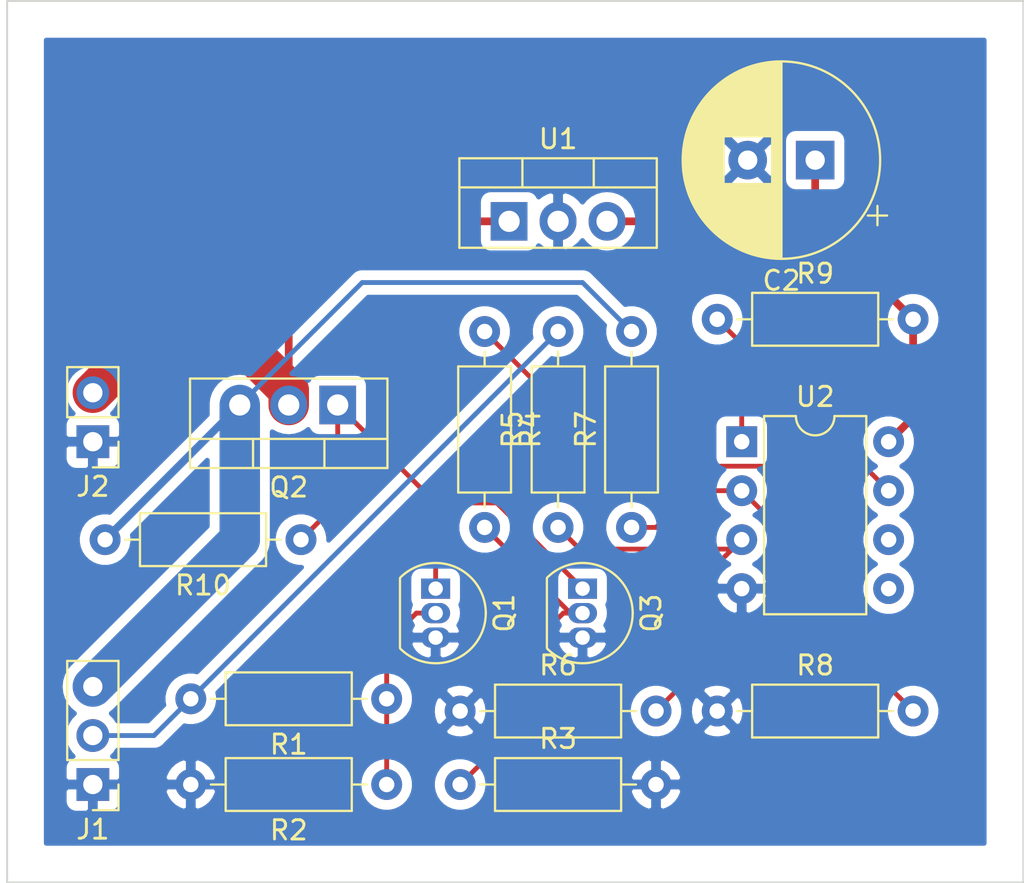
<source format=kicad_pcb>
(kicad_pcb (version 20171130) (host pcbnew 5.1.6~rc1+dfsg1-1)

  (general
    (thickness 1.6)
    (drawings 4)
    (tracks 56)
    (zones 0)
    (modules 18)
    (nets 15)
  )

  (page A4)
  (layers
    (0 F.Cu signal)
    (31 B.Cu signal)
    (32 B.Adhes user)
    (33 F.Adhes user)
    (34 B.Paste user)
    (35 F.Paste user)
    (36 B.SilkS user)
    (37 F.SilkS user)
    (38 B.Mask user)
    (39 F.Mask user)
    (40 Dwgs.User user)
    (41 Cmts.User user)
    (42 Eco1.User user)
    (43 Eco2.User user)
    (44 Edge.Cuts user)
    (45 Margin user)
    (46 B.CrtYd user)
    (47 F.CrtYd user)
    (48 B.Fab user)
    (49 F.Fab user)
  )

  (setup
    (last_trace_width 0.25)
    (user_trace_width 0.4)
    (trace_clearance 0.2)
    (zone_clearance 0.508)
    (zone_45_only no)
    (trace_min 0.2)
    (via_size 0.8)
    (via_drill 0.4)
    (via_min_size 0.4)
    (via_min_drill 0.3)
    (uvia_size 0.3)
    (uvia_drill 0.1)
    (uvias_allowed no)
    (uvia_min_size 0.2)
    (uvia_min_drill 0.1)
    (edge_width 0.05)
    (segment_width 0.2)
    (pcb_text_width 0.3)
    (pcb_text_size 1.5 1.5)
    (mod_edge_width 0.12)
    (mod_text_size 1 1)
    (mod_text_width 0.15)
    (pad_size 1.524 1.524)
    (pad_drill 0.762)
    (pad_to_mask_clearance 0.05)
    (aux_axis_origin 0 0)
    (visible_elements FFFFFF7F)
    (pcbplotparams
      (layerselection 0x010fc_ffffffff)
      (usegerberextensions false)
      (usegerberattributes true)
      (usegerberadvancedattributes true)
      (creategerberjobfile true)
      (excludeedgelayer true)
      (linewidth 0.100000)
      (plotframeref false)
      (viasonmask false)
      (mode 1)
      (useauxorigin false)
      (hpglpennumber 1)
      (hpglpenspeed 20)
      (hpglpendiameter 15.000000)
      (psnegative false)
      (psa4output false)
      (plotreference true)
      (plotvalue true)
      (plotinvisibletext false)
      (padsonsilk false)
      (subtractmaskfromsilk true)
      (outputformat 1)
      (mirror false)
      (drillshape 0)
      (scaleselection 1)
      (outputdirectory "/home/ryan/workspace/kicad/Radio-Power/Radio-Power/"))
  )

  (net 0 "")
  (net 1 "Net-(Q1-Pad1)")
  (net 2 GND)
  (net 3 "Net-(Q1-Pad2)")
  (net 4 "Net-(Q3-Pad2)")
  (net 5 5V)
  (net 6 "Net-(R4-Pad1)")
  (net 7 "Net-(R5-Pad1)")
  (net 8 "Net-(U2-Pad6)")
  (net 9 "Net-(R7-Pad1)")
  (net 10 "Net-(U2-Pad5)")
  (net 11 "Net-(R9-Pad1)")
  (net 12 Switched)
  (net 13 Bat+)
  (net 14 ACC)

  (net_class Default "This is the default net class."
    (clearance 0.2)
    (trace_width 0.25)
    (via_dia 0.8)
    (via_drill 0.4)
    (uvia_dia 0.3)
    (uvia_drill 0.1)
    (add_net ACC)
    (add_net GND)
    (add_net "Net-(Q1-Pad1)")
    (add_net "Net-(Q1-Pad2)")
    (add_net "Net-(Q3-Pad2)")
    (add_net "Net-(R4-Pad1)")
    (add_net "Net-(R5-Pad1)")
    (add_net "Net-(R7-Pad1)")
    (add_net "Net-(R9-Pad1)")
    (add_net "Net-(U2-Pad5)")
    (add_net "Net-(U2-Pad6)")
  )

  (net_class "12v Power" ""
    (clearance 0.3)
    (trace_width 2.1)
    (via_dia 2)
    (via_drill 0.4)
    (uvia_dia 0.3)
    (uvia_drill 0.1)
    (add_net Bat+)
    (add_net Switched)
  )

  (net_class "5v Power" ""
    (clearance 0.3)
    (trace_width 0.4)
    (via_dia 0.8)
    (via_drill 0.4)
    (uvia_dia 0.3)
    (uvia_drill 0.1)
    (add_net 5V)
  )

  (module Resistor_THT:R_Axial_DIN0207_L6.3mm_D2.5mm_P10.16mm_Horizontal (layer F.Cu) (tedit 5AE5139B) (tstamp 5EA37A90)
    (at 29.845 42.545 180)
    (descr "Resistor, Axial_DIN0207 series, Axial, Horizontal, pin pitch=10.16mm, 0.25W = 1/4W, length*diameter=6.3*2.5mm^2, http://cdn-reichelt.de/documents/datenblatt/B400/1_4W%23YAG.pdf")
    (tags "Resistor Axial_DIN0207 series Axial Horizontal pin pitch 10.16mm 0.25W = 1/4W length 6.3mm diameter 2.5mm")
    (path /5EABB6D6)
    (fp_text reference R10 (at 5.08 -2.37) (layer F.SilkS)
      (effects (font (size 1 1) (thickness 0.15)))
    )
    (fp_text value 10K (at 5.08 2.37) (layer F.Fab)
      (effects (font (size 1 1) (thickness 0.15)))
    )
    (fp_line (start 11.21 -1.5) (end -1.05 -1.5) (layer F.CrtYd) (width 0.05))
    (fp_line (start 11.21 1.5) (end 11.21 -1.5) (layer F.CrtYd) (width 0.05))
    (fp_line (start -1.05 1.5) (end 11.21 1.5) (layer F.CrtYd) (width 0.05))
    (fp_line (start -1.05 -1.5) (end -1.05 1.5) (layer F.CrtYd) (width 0.05))
    (fp_line (start 9.12 0) (end 8.35 0) (layer F.SilkS) (width 0.12))
    (fp_line (start 1.04 0) (end 1.81 0) (layer F.SilkS) (width 0.12))
    (fp_line (start 8.35 -1.37) (end 1.81 -1.37) (layer F.SilkS) (width 0.12))
    (fp_line (start 8.35 1.37) (end 8.35 -1.37) (layer F.SilkS) (width 0.12))
    (fp_line (start 1.81 1.37) (end 8.35 1.37) (layer F.SilkS) (width 0.12))
    (fp_line (start 1.81 -1.37) (end 1.81 1.37) (layer F.SilkS) (width 0.12))
    (fp_line (start 10.16 0) (end 8.23 0) (layer F.Fab) (width 0.1))
    (fp_line (start 0 0) (end 1.93 0) (layer F.Fab) (width 0.1))
    (fp_line (start 8.23 -1.25) (end 1.93 -1.25) (layer F.Fab) (width 0.1))
    (fp_line (start 8.23 1.25) (end 8.23 -1.25) (layer F.Fab) (width 0.1))
    (fp_line (start 1.93 1.25) (end 8.23 1.25) (layer F.Fab) (width 0.1))
    (fp_line (start 1.93 -1.25) (end 1.93 1.25) (layer F.Fab) (width 0.1))
    (fp_text user %R (at 5.08 0) (layer F.Fab)
      (effects (font (size 1 1) (thickness 0.15)))
    )
    (pad 2 thru_hole oval (at 10.16 0 180) (size 1.6 1.6) (drill 0.8) (layers *.Cu *.Mask)
      (net 13 Bat+))
    (pad 1 thru_hole circle (at 0 0 180) (size 1.6 1.6) (drill 0.8) (layers *.Cu *.Mask)
      (net 1 "Net-(Q1-Pad1)"))
    (model ${KISYS3DMOD}/Resistor_THT.3dshapes/R_Axial_DIN0207_L6.3mm_D2.5mm_P10.16mm_Horizontal.wrl
      (at (xyz 0 0 0))
      (scale (xyz 1 1 1))
      (rotate (xyz 0 0 0))
    )
  )

  (module Package_DIP:DIP-8_W7.62mm (layer F.Cu) (tedit 5A02E8C5) (tstamp 5EA273A7)
    (at 52.705 37.465)
    (descr "8-lead though-hole mounted DIP package, row spacing 7.62 mm (300 mils)")
    (tags "THT DIP DIL PDIP 2.54mm 7.62mm 300mil")
    (path /5EA52B5A)
    (fp_text reference U2 (at 3.81 -2.33) (layer F.SilkS)
      (effects (font (size 1 1) (thickness 0.15)))
    )
    (fp_text value ATtiny85-20PU (at 3.81 9.95) (layer F.Fab)
      (effects (font (size 1 1) (thickness 0.15)))
    )
    (fp_line (start 1.635 -1.27) (end 6.985 -1.27) (layer F.Fab) (width 0.1))
    (fp_line (start 6.985 -1.27) (end 6.985 8.89) (layer F.Fab) (width 0.1))
    (fp_line (start 6.985 8.89) (end 0.635 8.89) (layer F.Fab) (width 0.1))
    (fp_line (start 0.635 8.89) (end 0.635 -0.27) (layer F.Fab) (width 0.1))
    (fp_line (start 0.635 -0.27) (end 1.635 -1.27) (layer F.Fab) (width 0.1))
    (fp_line (start 2.81 -1.33) (end 1.16 -1.33) (layer F.SilkS) (width 0.12))
    (fp_line (start 1.16 -1.33) (end 1.16 8.95) (layer F.SilkS) (width 0.12))
    (fp_line (start 1.16 8.95) (end 6.46 8.95) (layer F.SilkS) (width 0.12))
    (fp_line (start 6.46 8.95) (end 6.46 -1.33) (layer F.SilkS) (width 0.12))
    (fp_line (start 6.46 -1.33) (end 4.81 -1.33) (layer F.SilkS) (width 0.12))
    (fp_line (start -1.1 -1.55) (end -1.1 9.15) (layer F.CrtYd) (width 0.05))
    (fp_line (start -1.1 9.15) (end 8.7 9.15) (layer F.CrtYd) (width 0.05))
    (fp_line (start 8.7 9.15) (end 8.7 -1.55) (layer F.CrtYd) (width 0.05))
    (fp_line (start 8.7 -1.55) (end -1.1 -1.55) (layer F.CrtYd) (width 0.05))
    (fp_text user %R (at 3.81 3.81) (layer F.Fab)
      (effects (font (size 1 1) (thickness 0.15)))
    )
    (fp_arc (start 3.81 -1.33) (end 2.81 -1.33) (angle -180) (layer F.SilkS) (width 0.12))
    (pad 8 thru_hole oval (at 7.62 0) (size 1.6 1.6) (drill 0.8) (layers *.Cu *.Mask)
      (net 5 5V))
    (pad 4 thru_hole oval (at 0 7.62) (size 1.6 1.6) (drill 0.8) (layers *.Cu *.Mask)
      (net 2 GND))
    (pad 7 thru_hole oval (at 7.62 2.54) (size 1.6 1.6) (drill 0.8) (layers *.Cu *.Mask)
      (net 6 "Net-(R4-Pad1)"))
    (pad 3 thru_hole oval (at 0 5.08) (size 1.6 1.6) (drill 0.8) (layers *.Cu *.Mask)
      (net 7 "Net-(R5-Pad1)"))
    (pad 6 thru_hole oval (at 7.62 5.08) (size 1.6 1.6) (drill 0.8) (layers *.Cu *.Mask)
      (net 8 "Net-(U2-Pad6)"))
    (pad 2 thru_hole oval (at 0 2.54) (size 1.6 1.6) (drill 0.8) (layers *.Cu *.Mask)
      (net 9 "Net-(R7-Pad1)"))
    (pad 5 thru_hole oval (at 7.62 7.62) (size 1.6 1.6) (drill 0.8) (layers *.Cu *.Mask)
      (net 10 "Net-(U2-Pad5)"))
    (pad 1 thru_hole rect (at 0 0) (size 1.6 1.6) (drill 0.8) (layers *.Cu *.Mask)
      (net 11 "Net-(R9-Pad1)"))
    (model ${KISYS3DMOD}/Package_DIP.3dshapes/DIP-8_W7.62mm.wrl
      (at (xyz 0 0 0))
      (scale (xyz 1 1 1))
      (rotate (xyz 0 0 0))
    )
  )

  (module Package_TO_SOT_THT:TO-220-3_Vertical (layer F.Cu) (tedit 5AC8BA0D) (tstamp 5EA2CD2C)
    (at 31.75 35.56 180)
    (descr "TO-220-3, Vertical, RM 2.54mm, see https://www.vishay.com/docs/66542/to-220-1.pdf")
    (tags "TO-220-3 Vertical RM 2.54mm")
    (path /5EA1FD01)
    (fp_text reference Q2 (at 2.54 -4.27) (layer F.SilkS)
      (effects (font (size 1 1) (thickness 0.15)))
    )
    (fp_text value FQP27P06 (at 2.54 2.5) (layer F.Fab)
      (effects (font (size 1 1) (thickness 0.15)))
    )
    (fp_line (start -2.46 -3.15) (end -2.46 1.25) (layer F.Fab) (width 0.1))
    (fp_line (start -2.46 1.25) (end 7.54 1.25) (layer F.Fab) (width 0.1))
    (fp_line (start 7.54 1.25) (end 7.54 -3.15) (layer F.Fab) (width 0.1))
    (fp_line (start 7.54 -3.15) (end -2.46 -3.15) (layer F.Fab) (width 0.1))
    (fp_line (start -2.46 -1.88) (end 7.54 -1.88) (layer F.Fab) (width 0.1))
    (fp_line (start 0.69 -3.15) (end 0.69 -1.88) (layer F.Fab) (width 0.1))
    (fp_line (start 4.39 -3.15) (end 4.39 -1.88) (layer F.Fab) (width 0.1))
    (fp_line (start -2.58 -3.27) (end 7.66 -3.27) (layer F.SilkS) (width 0.12))
    (fp_line (start -2.58 1.371) (end 7.66 1.371) (layer F.SilkS) (width 0.12))
    (fp_line (start -2.58 -3.27) (end -2.58 1.371) (layer F.SilkS) (width 0.12))
    (fp_line (start 7.66 -3.27) (end 7.66 1.371) (layer F.SilkS) (width 0.12))
    (fp_line (start -2.58 -1.76) (end 7.66 -1.76) (layer F.SilkS) (width 0.12))
    (fp_line (start 0.69 -3.27) (end 0.69 -1.76) (layer F.SilkS) (width 0.12))
    (fp_line (start 4.391 -3.27) (end 4.391 -1.76) (layer F.SilkS) (width 0.12))
    (fp_line (start -2.71 -3.4) (end -2.71 1.51) (layer F.CrtYd) (width 0.05))
    (fp_line (start -2.71 1.51) (end 7.79 1.51) (layer F.CrtYd) (width 0.05))
    (fp_line (start 7.79 1.51) (end 7.79 -3.4) (layer F.CrtYd) (width 0.05))
    (fp_line (start 7.79 -3.4) (end -2.71 -3.4) (layer F.CrtYd) (width 0.05))
    (fp_text user %R (at 2.54 -4.27) (layer F.Fab)
      (effects (font (size 1 1) (thickness 0.15)))
    )
    (pad 3 thru_hole oval (at 5.08 0 180) (size 1.905 2) (drill 1.1) (layers *.Cu *.Mask)
      (net 13 Bat+))
    (pad 2 thru_hole oval (at 2.54 0 180) (size 1.905 2) (drill 1.1) (layers *.Cu *.Mask)
      (net 12 Switched))
    (pad 1 thru_hole rect (at 0 0 180) (size 1.905 2) (drill 1.1) (layers *.Cu *.Mask)
      (net 1 "Net-(Q1-Pad1)"))
    (model ${KISYS3DMOD}/Package_TO_SOT_THT.3dshapes/TO-220-3_Vertical.wrl
      (at (xyz 0 0 0))
      (scale (xyz 1 1 1))
      (rotate (xyz 0 0 0))
    )
  )

  (module Resistor_THT:R_Axial_DIN0207_L6.3mm_D2.5mm_P10.16mm_Horizontal (layer F.Cu) (tedit 5AE5139B) (tstamp 5EA2D78E)
    (at 51.435 31.115)
    (descr "Resistor, Axial_DIN0207 series, Axial, Horizontal, pin pitch=10.16mm, 0.25W = 1/4W, length*diameter=6.3*2.5mm^2, http://cdn-reichelt.de/documents/datenblatt/B400/1_4W%23YAG.pdf")
    (tags "Resistor Axial_DIN0207 series Axial Horizontal pin pitch 10.16mm 0.25W = 1/4W length 6.3mm diameter 2.5mm")
    (path /5EA69B9E)
    (fp_text reference R9 (at 5.08 -2.37) (layer F.SilkS)
      (effects (font (size 1 1) (thickness 0.15)))
    )
    (fp_text value 10K (at 5.08 2.37) (layer F.Fab)
      (effects (font (size 1 1) (thickness 0.15)))
    )
    (fp_line (start 1.93 -1.25) (end 1.93 1.25) (layer F.Fab) (width 0.1))
    (fp_line (start 1.93 1.25) (end 8.23 1.25) (layer F.Fab) (width 0.1))
    (fp_line (start 8.23 1.25) (end 8.23 -1.25) (layer F.Fab) (width 0.1))
    (fp_line (start 8.23 -1.25) (end 1.93 -1.25) (layer F.Fab) (width 0.1))
    (fp_line (start 0 0) (end 1.93 0) (layer F.Fab) (width 0.1))
    (fp_line (start 10.16 0) (end 8.23 0) (layer F.Fab) (width 0.1))
    (fp_line (start 1.81 -1.37) (end 1.81 1.37) (layer F.SilkS) (width 0.12))
    (fp_line (start 1.81 1.37) (end 8.35 1.37) (layer F.SilkS) (width 0.12))
    (fp_line (start 8.35 1.37) (end 8.35 -1.37) (layer F.SilkS) (width 0.12))
    (fp_line (start 8.35 -1.37) (end 1.81 -1.37) (layer F.SilkS) (width 0.12))
    (fp_line (start 1.04 0) (end 1.81 0) (layer F.SilkS) (width 0.12))
    (fp_line (start 9.12 0) (end 8.35 0) (layer F.SilkS) (width 0.12))
    (fp_line (start -1.05 -1.5) (end -1.05 1.5) (layer F.CrtYd) (width 0.05))
    (fp_line (start -1.05 1.5) (end 11.21 1.5) (layer F.CrtYd) (width 0.05))
    (fp_line (start 11.21 1.5) (end 11.21 -1.5) (layer F.CrtYd) (width 0.05))
    (fp_line (start 11.21 -1.5) (end -1.05 -1.5) (layer F.CrtYd) (width 0.05))
    (fp_text user %R (at 5.08 0) (layer F.Fab)
      (effects (font (size 1 1) (thickness 0.15)))
    )
    (pad 2 thru_hole oval (at 10.16 0) (size 1.6 1.6) (drill 0.8) (layers *.Cu *.Mask)
      (net 5 5V))
    (pad 1 thru_hole circle (at 0 0) (size 1.6 1.6) (drill 0.8) (layers *.Cu *.Mask)
      (net 11 "Net-(R9-Pad1)"))
    (model ${KISYS3DMOD}/Resistor_THT.3dshapes/R_Axial_DIN0207_L6.3mm_D2.5mm_P10.16mm_Horizontal.wrl
      (at (xyz 0 0 0))
      (scale (xyz 1 1 1))
      (rotate (xyz 0 0 0))
    )
  )

  (module Resistor_THT:R_Axial_DIN0207_L6.3mm_D2.5mm_P10.16mm_Horizontal (layer F.Cu) (tedit 5AE5139B) (tstamp 5EA31794)
    (at 51.435 51.435)
    (descr "Resistor, Axial_DIN0207 series, Axial, Horizontal, pin pitch=10.16mm, 0.25W = 1/4W, length*diameter=6.3*2.5mm^2, http://cdn-reichelt.de/documents/datenblatt/B400/1_4W%23YAG.pdf")
    (tags "Resistor Axial_DIN0207 series Axial Horizontal pin pitch 10.16mm 0.25W = 1/4W length 6.3mm diameter 2.5mm")
    (path /5EA5694E)
    (fp_text reference R8 (at 5.08 -2.37) (layer F.SilkS)
      (effects (font (size 1 1) (thickness 0.15)))
    )
    (fp_text value 1.5K (at 5.08 2.37) (layer F.Fab)
      (effects (font (size 1 1) (thickness 0.15)))
    )
    (fp_line (start 1.93 -1.25) (end 1.93 1.25) (layer F.Fab) (width 0.1))
    (fp_line (start 1.93 1.25) (end 8.23 1.25) (layer F.Fab) (width 0.1))
    (fp_line (start 8.23 1.25) (end 8.23 -1.25) (layer F.Fab) (width 0.1))
    (fp_line (start 8.23 -1.25) (end 1.93 -1.25) (layer F.Fab) (width 0.1))
    (fp_line (start 0 0) (end 1.93 0) (layer F.Fab) (width 0.1))
    (fp_line (start 10.16 0) (end 8.23 0) (layer F.Fab) (width 0.1))
    (fp_line (start 1.81 -1.37) (end 1.81 1.37) (layer F.SilkS) (width 0.12))
    (fp_line (start 1.81 1.37) (end 8.35 1.37) (layer F.SilkS) (width 0.12))
    (fp_line (start 8.35 1.37) (end 8.35 -1.37) (layer F.SilkS) (width 0.12))
    (fp_line (start 8.35 -1.37) (end 1.81 -1.37) (layer F.SilkS) (width 0.12))
    (fp_line (start 1.04 0) (end 1.81 0) (layer F.SilkS) (width 0.12))
    (fp_line (start 9.12 0) (end 8.35 0) (layer F.SilkS) (width 0.12))
    (fp_line (start -1.05 -1.5) (end -1.05 1.5) (layer F.CrtYd) (width 0.05))
    (fp_line (start -1.05 1.5) (end 11.21 1.5) (layer F.CrtYd) (width 0.05))
    (fp_line (start 11.21 1.5) (end 11.21 -1.5) (layer F.CrtYd) (width 0.05))
    (fp_line (start 11.21 -1.5) (end -1.05 -1.5) (layer F.CrtYd) (width 0.05))
    (fp_text user %R (at 5.08 0) (layer F.Fab)
      (effects (font (size 1 1) (thickness 0.15)))
    )
    (pad 2 thru_hole oval (at 10.16 0) (size 1.6 1.6) (drill 0.8) (layers *.Cu *.Mask)
      (net 9 "Net-(R7-Pad1)"))
    (pad 1 thru_hole circle (at 0 0) (size 1.6 1.6) (drill 0.8) (layers *.Cu *.Mask)
      (net 2 GND))
    (model ${KISYS3DMOD}/Resistor_THT.3dshapes/R_Axial_DIN0207_L6.3mm_D2.5mm_P10.16mm_Horizontal.wrl
      (at (xyz 0 0 0))
      (scale (xyz 1 1 1))
      (rotate (xyz 0 0 0))
    )
  )

  (module Resistor_THT:R_Axial_DIN0207_L6.3mm_D2.5mm_P10.16mm_Horizontal (layer F.Cu) (tedit 5AE5139B) (tstamp 5EA2D760)
    (at 46.99 41.91 90)
    (descr "Resistor, Axial_DIN0207 series, Axial, Horizontal, pin pitch=10.16mm, 0.25W = 1/4W, length*diameter=6.3*2.5mm^2, http://cdn-reichelt.de/documents/datenblatt/B400/1_4W%23YAG.pdf")
    (tags "Resistor Axial_DIN0207 series Axial Horizontal pin pitch 10.16mm 0.25W = 1/4W length 6.3mm diameter 2.5mm")
    (path /5EA562A8)
    (fp_text reference R7 (at 5.08 -2.37 90) (layer F.SilkS)
      (effects (font (size 1 1) (thickness 0.15)))
    )
    (fp_text value 4.7K (at 5.08 2.37 90) (layer F.Fab)
      (effects (font (size 1 1) (thickness 0.15)))
    )
    (fp_line (start 1.93 -1.25) (end 1.93 1.25) (layer F.Fab) (width 0.1))
    (fp_line (start 1.93 1.25) (end 8.23 1.25) (layer F.Fab) (width 0.1))
    (fp_line (start 8.23 1.25) (end 8.23 -1.25) (layer F.Fab) (width 0.1))
    (fp_line (start 8.23 -1.25) (end 1.93 -1.25) (layer F.Fab) (width 0.1))
    (fp_line (start 0 0) (end 1.93 0) (layer F.Fab) (width 0.1))
    (fp_line (start 10.16 0) (end 8.23 0) (layer F.Fab) (width 0.1))
    (fp_line (start 1.81 -1.37) (end 1.81 1.37) (layer F.SilkS) (width 0.12))
    (fp_line (start 1.81 1.37) (end 8.35 1.37) (layer F.SilkS) (width 0.12))
    (fp_line (start 8.35 1.37) (end 8.35 -1.37) (layer F.SilkS) (width 0.12))
    (fp_line (start 8.35 -1.37) (end 1.81 -1.37) (layer F.SilkS) (width 0.12))
    (fp_line (start 1.04 0) (end 1.81 0) (layer F.SilkS) (width 0.12))
    (fp_line (start 9.12 0) (end 8.35 0) (layer F.SilkS) (width 0.12))
    (fp_line (start -1.05 -1.5) (end -1.05 1.5) (layer F.CrtYd) (width 0.05))
    (fp_line (start -1.05 1.5) (end 11.21 1.5) (layer F.CrtYd) (width 0.05))
    (fp_line (start 11.21 1.5) (end 11.21 -1.5) (layer F.CrtYd) (width 0.05))
    (fp_line (start 11.21 -1.5) (end -1.05 -1.5) (layer F.CrtYd) (width 0.05))
    (fp_text user %R (at 5.08 0 90) (layer F.Fab)
      (effects (font (size 1 1) (thickness 0.15)))
    )
    (pad 2 thru_hole oval (at 10.16 0 90) (size 1.6 1.6) (drill 0.8) (layers *.Cu *.Mask)
      (net 13 Bat+))
    (pad 1 thru_hole circle (at 0 0 90) (size 1.6 1.6) (drill 0.8) (layers *.Cu *.Mask)
      (net 9 "Net-(R7-Pad1)"))
    (model ${KISYS3DMOD}/Resistor_THT.3dshapes/R_Axial_DIN0207_L6.3mm_D2.5mm_P10.16mm_Horizontal.wrl
      (at (xyz 0 0 0))
      (scale (xyz 1 1 1))
      (rotate (xyz 0 0 0))
    )
  )

  (module Resistor_THT:R_Axial_DIN0207_L6.3mm_D2.5mm_P10.16mm_Horizontal (layer F.Cu) (tedit 5AE5139B) (tstamp 5EA2D749)
    (at 38.1 51.435)
    (descr "Resistor, Axial_DIN0207 series, Axial, Horizontal, pin pitch=10.16mm, 0.25W = 1/4W, length*diameter=6.3*2.5mm^2, http://cdn-reichelt.de/documents/datenblatt/B400/1_4W%23YAG.pdf")
    (tags "Resistor Axial_DIN0207 series Axial Horizontal pin pitch 10.16mm 0.25W = 1/4W length 6.3mm diameter 2.5mm")
    (path /5EA570DD)
    (fp_text reference R6 (at 5.08 -2.37) (layer F.SilkS)
      (effects (font (size 1 1) (thickness 0.15)))
    )
    (fp_text value 1.5K (at 5.08 2.37) (layer F.Fab)
      (effects (font (size 1 1) (thickness 0.15)))
    )
    (fp_line (start 1.93 -1.25) (end 1.93 1.25) (layer F.Fab) (width 0.1))
    (fp_line (start 1.93 1.25) (end 8.23 1.25) (layer F.Fab) (width 0.1))
    (fp_line (start 8.23 1.25) (end 8.23 -1.25) (layer F.Fab) (width 0.1))
    (fp_line (start 8.23 -1.25) (end 1.93 -1.25) (layer F.Fab) (width 0.1))
    (fp_line (start 0 0) (end 1.93 0) (layer F.Fab) (width 0.1))
    (fp_line (start 10.16 0) (end 8.23 0) (layer F.Fab) (width 0.1))
    (fp_line (start 1.81 -1.37) (end 1.81 1.37) (layer F.SilkS) (width 0.12))
    (fp_line (start 1.81 1.37) (end 8.35 1.37) (layer F.SilkS) (width 0.12))
    (fp_line (start 8.35 1.37) (end 8.35 -1.37) (layer F.SilkS) (width 0.12))
    (fp_line (start 8.35 -1.37) (end 1.81 -1.37) (layer F.SilkS) (width 0.12))
    (fp_line (start 1.04 0) (end 1.81 0) (layer F.SilkS) (width 0.12))
    (fp_line (start 9.12 0) (end 8.35 0) (layer F.SilkS) (width 0.12))
    (fp_line (start -1.05 -1.5) (end -1.05 1.5) (layer F.CrtYd) (width 0.05))
    (fp_line (start -1.05 1.5) (end 11.21 1.5) (layer F.CrtYd) (width 0.05))
    (fp_line (start 11.21 1.5) (end 11.21 -1.5) (layer F.CrtYd) (width 0.05))
    (fp_line (start 11.21 -1.5) (end -1.05 -1.5) (layer F.CrtYd) (width 0.05))
    (fp_text user %R (at 5.08 0) (layer F.Fab)
      (effects (font (size 1 1) (thickness 0.15)))
    )
    (pad 2 thru_hole oval (at 10.16 0) (size 1.6 1.6) (drill 0.8) (layers *.Cu *.Mask)
      (net 7 "Net-(R5-Pad1)"))
    (pad 1 thru_hole circle (at 0 0) (size 1.6 1.6) (drill 0.8) (layers *.Cu *.Mask)
      (net 2 GND))
    (model ${KISYS3DMOD}/Resistor_THT.3dshapes/R_Axial_DIN0207_L6.3mm_D2.5mm_P10.16mm_Horizontal.wrl
      (at (xyz 0 0 0))
      (scale (xyz 1 1 1))
      (rotate (xyz 0 0 0))
    )
  )

  (module Resistor_THT:R_Axial_DIN0207_L6.3mm_D2.5mm_P10.16mm_Horizontal (layer F.Cu) (tedit 5AE5139B) (tstamp 5EA2D732)
    (at 43.18 41.91 90)
    (descr "Resistor, Axial_DIN0207 series, Axial, Horizontal, pin pitch=10.16mm, 0.25W = 1/4W, length*diameter=6.3*2.5mm^2, http://cdn-reichelt.de/documents/datenblatt/B400/1_4W%23YAG.pdf")
    (tags "Resistor Axial_DIN0207 series Axial Horizontal pin pitch 10.16mm 0.25W = 1/4W length 6.3mm diameter 2.5mm")
    (path /5EA56DEC)
    (fp_text reference R5 (at 5.08 -2.37 90) (layer F.SilkS)
      (effects (font (size 1 1) (thickness 0.15)))
    )
    (fp_text value 4.7K (at 5.08 2.37 90) (layer F.Fab)
      (effects (font (size 1 1) (thickness 0.15)))
    )
    (fp_line (start 1.93 -1.25) (end 1.93 1.25) (layer F.Fab) (width 0.1))
    (fp_line (start 1.93 1.25) (end 8.23 1.25) (layer F.Fab) (width 0.1))
    (fp_line (start 8.23 1.25) (end 8.23 -1.25) (layer F.Fab) (width 0.1))
    (fp_line (start 8.23 -1.25) (end 1.93 -1.25) (layer F.Fab) (width 0.1))
    (fp_line (start 0 0) (end 1.93 0) (layer F.Fab) (width 0.1))
    (fp_line (start 10.16 0) (end 8.23 0) (layer F.Fab) (width 0.1))
    (fp_line (start 1.81 -1.37) (end 1.81 1.37) (layer F.SilkS) (width 0.12))
    (fp_line (start 1.81 1.37) (end 8.35 1.37) (layer F.SilkS) (width 0.12))
    (fp_line (start 8.35 1.37) (end 8.35 -1.37) (layer F.SilkS) (width 0.12))
    (fp_line (start 8.35 -1.37) (end 1.81 -1.37) (layer F.SilkS) (width 0.12))
    (fp_line (start 1.04 0) (end 1.81 0) (layer F.SilkS) (width 0.12))
    (fp_line (start 9.12 0) (end 8.35 0) (layer F.SilkS) (width 0.12))
    (fp_line (start -1.05 -1.5) (end -1.05 1.5) (layer F.CrtYd) (width 0.05))
    (fp_line (start -1.05 1.5) (end 11.21 1.5) (layer F.CrtYd) (width 0.05))
    (fp_line (start 11.21 1.5) (end 11.21 -1.5) (layer F.CrtYd) (width 0.05))
    (fp_line (start 11.21 -1.5) (end -1.05 -1.5) (layer F.CrtYd) (width 0.05))
    (fp_text user %R (at 5.08 0 90) (layer F.Fab)
      (effects (font (size 1 1) (thickness 0.15)))
    )
    (pad 2 thru_hole oval (at 10.16 0 90) (size 1.6 1.6) (drill 0.8) (layers *.Cu *.Mask)
      (net 14 ACC))
    (pad 1 thru_hole circle (at 0 0 90) (size 1.6 1.6) (drill 0.8) (layers *.Cu *.Mask)
      (net 7 "Net-(R5-Pad1)"))
    (model ${KISYS3DMOD}/Resistor_THT.3dshapes/R_Axial_DIN0207_L6.3mm_D2.5mm_P10.16mm_Horizontal.wrl
      (at (xyz 0 0 0))
      (scale (xyz 1 1 1))
      (rotate (xyz 0 0 0))
    )
  )

  (module Resistor_THT:R_Axial_DIN0207_L6.3mm_D2.5mm_P10.16mm_Horizontal (layer F.Cu) (tedit 5AE5139B) (tstamp 5EA2D71B)
    (at 39.37 31.75 270)
    (descr "Resistor, Axial_DIN0207 series, Axial, Horizontal, pin pitch=10.16mm, 0.25W = 1/4W, length*diameter=6.3*2.5mm^2, http://cdn-reichelt.de/documents/datenblatt/B400/1_4W%23YAG.pdf")
    (tags "Resistor Axial_DIN0207 series Axial Horizontal pin pitch 10.16mm 0.25W = 1/4W length 6.3mm diameter 2.5mm")
    (path /5EA35054)
    (fp_text reference R4 (at 5.08 -2.37 90) (layer F.SilkS)
      (effects (font (size 1 1) (thickness 0.15)))
    )
    (fp_text value 100 (at 5.08 2.37 90) (layer F.Fab)
      (effects (font (size 1 1) (thickness 0.15)))
    )
    (fp_line (start 1.93 -1.25) (end 1.93 1.25) (layer F.Fab) (width 0.1))
    (fp_line (start 1.93 1.25) (end 8.23 1.25) (layer F.Fab) (width 0.1))
    (fp_line (start 8.23 1.25) (end 8.23 -1.25) (layer F.Fab) (width 0.1))
    (fp_line (start 8.23 -1.25) (end 1.93 -1.25) (layer F.Fab) (width 0.1))
    (fp_line (start 0 0) (end 1.93 0) (layer F.Fab) (width 0.1))
    (fp_line (start 10.16 0) (end 8.23 0) (layer F.Fab) (width 0.1))
    (fp_line (start 1.81 -1.37) (end 1.81 1.37) (layer F.SilkS) (width 0.12))
    (fp_line (start 1.81 1.37) (end 8.35 1.37) (layer F.SilkS) (width 0.12))
    (fp_line (start 8.35 1.37) (end 8.35 -1.37) (layer F.SilkS) (width 0.12))
    (fp_line (start 8.35 -1.37) (end 1.81 -1.37) (layer F.SilkS) (width 0.12))
    (fp_line (start 1.04 0) (end 1.81 0) (layer F.SilkS) (width 0.12))
    (fp_line (start 9.12 0) (end 8.35 0) (layer F.SilkS) (width 0.12))
    (fp_line (start -1.05 -1.5) (end -1.05 1.5) (layer F.CrtYd) (width 0.05))
    (fp_line (start -1.05 1.5) (end 11.21 1.5) (layer F.CrtYd) (width 0.05))
    (fp_line (start 11.21 1.5) (end 11.21 -1.5) (layer F.CrtYd) (width 0.05))
    (fp_line (start 11.21 -1.5) (end -1.05 -1.5) (layer F.CrtYd) (width 0.05))
    (fp_text user %R (at 5.08 0 90) (layer F.Fab)
      (effects (font (size 1 1) (thickness 0.15)))
    )
    (pad 2 thru_hole oval (at 10.16 0 270) (size 1.6 1.6) (drill 0.8) (layers *.Cu *.Mask)
      (net 4 "Net-(Q3-Pad2)"))
    (pad 1 thru_hole circle (at 0 0 270) (size 1.6 1.6) (drill 0.8) (layers *.Cu *.Mask)
      (net 6 "Net-(R4-Pad1)"))
    (model ${KISYS3DMOD}/Resistor_THT.3dshapes/R_Axial_DIN0207_L6.3mm_D2.5mm_P10.16mm_Horizontal.wrl
      (at (xyz 0 0 0))
      (scale (xyz 1 1 1))
      (rotate (xyz 0 0 0))
    )
  )

  (module Resistor_THT:R_Axial_DIN0207_L6.3mm_D2.5mm_P10.16mm_Horizontal (layer F.Cu) (tedit 5AE5139B) (tstamp 5EA31AFF)
    (at 38.1 55.245)
    (descr "Resistor, Axial_DIN0207 series, Axial, Horizontal, pin pitch=10.16mm, 0.25W = 1/4W, length*diameter=6.3*2.5mm^2, http://cdn-reichelt.de/documents/datenblatt/B400/1_4W%23YAG.pdf")
    (tags "Resistor Axial_DIN0207 series Axial Horizontal pin pitch 10.16mm 0.25W = 1/4W length 6.3mm diameter 2.5mm")
    (path /5EA345BE)
    (fp_text reference R3 (at 5.08 -2.37) (layer F.SilkS)
      (effects (font (size 1 1) (thickness 0.15)))
    )
    (fp_text value 10K (at 5.08 2.37) (layer F.Fab)
      (effects (font (size 1 1) (thickness 0.15)))
    )
    (fp_line (start 1.93 -1.25) (end 1.93 1.25) (layer F.Fab) (width 0.1))
    (fp_line (start 1.93 1.25) (end 8.23 1.25) (layer F.Fab) (width 0.1))
    (fp_line (start 8.23 1.25) (end 8.23 -1.25) (layer F.Fab) (width 0.1))
    (fp_line (start 8.23 -1.25) (end 1.93 -1.25) (layer F.Fab) (width 0.1))
    (fp_line (start 0 0) (end 1.93 0) (layer F.Fab) (width 0.1))
    (fp_line (start 10.16 0) (end 8.23 0) (layer F.Fab) (width 0.1))
    (fp_line (start 1.81 -1.37) (end 1.81 1.37) (layer F.SilkS) (width 0.12))
    (fp_line (start 1.81 1.37) (end 8.35 1.37) (layer F.SilkS) (width 0.12))
    (fp_line (start 8.35 1.37) (end 8.35 -1.37) (layer F.SilkS) (width 0.12))
    (fp_line (start 8.35 -1.37) (end 1.81 -1.37) (layer F.SilkS) (width 0.12))
    (fp_line (start 1.04 0) (end 1.81 0) (layer F.SilkS) (width 0.12))
    (fp_line (start 9.12 0) (end 8.35 0) (layer F.SilkS) (width 0.12))
    (fp_line (start -1.05 -1.5) (end -1.05 1.5) (layer F.CrtYd) (width 0.05))
    (fp_line (start -1.05 1.5) (end 11.21 1.5) (layer F.CrtYd) (width 0.05))
    (fp_line (start 11.21 1.5) (end 11.21 -1.5) (layer F.CrtYd) (width 0.05))
    (fp_line (start 11.21 -1.5) (end -1.05 -1.5) (layer F.CrtYd) (width 0.05))
    (fp_text user %R (at 5.08 0) (layer F.Fab)
      (effects (font (size 1 1) (thickness 0.15)))
    )
    (pad 2 thru_hole oval (at 10.16 0) (size 1.6 1.6) (drill 0.8) (layers *.Cu *.Mask)
      (net 2 GND))
    (pad 1 thru_hole circle (at 0 0) (size 1.6 1.6) (drill 0.8) (layers *.Cu *.Mask)
      (net 4 "Net-(Q3-Pad2)"))
    (model ${KISYS3DMOD}/Resistor_THT.3dshapes/R_Axial_DIN0207_L6.3mm_D2.5mm_P10.16mm_Horizontal.wrl
      (at (xyz 0 0 0))
      (scale (xyz 1 1 1))
      (rotate (xyz 0 0 0))
    )
  )

  (module Resistor_THT:R_Axial_DIN0207_L6.3mm_D2.5mm_P10.16mm_Horizontal (layer F.Cu) (tedit 5AE5139B) (tstamp 5EA34A6A)
    (at 34.29 55.245 180)
    (descr "Resistor, Axial_DIN0207 series, Axial, Horizontal, pin pitch=10.16mm, 0.25W = 1/4W, length*diameter=6.3*2.5mm^2, http://cdn-reichelt.de/documents/datenblatt/B400/1_4W%23YAG.pdf")
    (tags "Resistor Axial_DIN0207 series Axial Horizontal pin pitch 10.16mm 0.25W = 1/4W length 6.3mm diameter 2.5mm")
    (path /5EA3560A)
    (fp_text reference R2 (at 5.08 -2.37) (layer F.SilkS)
      (effects (font (size 1 1) (thickness 0.15)))
    )
    (fp_text value 10K (at 5.08 2.37) (layer F.Fab)
      (effects (font (size 1 1) (thickness 0.15)))
    )
    (fp_line (start 1.93 -1.25) (end 1.93 1.25) (layer F.Fab) (width 0.1))
    (fp_line (start 1.93 1.25) (end 8.23 1.25) (layer F.Fab) (width 0.1))
    (fp_line (start 8.23 1.25) (end 8.23 -1.25) (layer F.Fab) (width 0.1))
    (fp_line (start 8.23 -1.25) (end 1.93 -1.25) (layer F.Fab) (width 0.1))
    (fp_line (start 0 0) (end 1.93 0) (layer F.Fab) (width 0.1))
    (fp_line (start 10.16 0) (end 8.23 0) (layer F.Fab) (width 0.1))
    (fp_line (start 1.81 -1.37) (end 1.81 1.37) (layer F.SilkS) (width 0.12))
    (fp_line (start 1.81 1.37) (end 8.35 1.37) (layer F.SilkS) (width 0.12))
    (fp_line (start 8.35 1.37) (end 8.35 -1.37) (layer F.SilkS) (width 0.12))
    (fp_line (start 8.35 -1.37) (end 1.81 -1.37) (layer F.SilkS) (width 0.12))
    (fp_line (start 1.04 0) (end 1.81 0) (layer F.SilkS) (width 0.12))
    (fp_line (start 9.12 0) (end 8.35 0) (layer F.SilkS) (width 0.12))
    (fp_line (start -1.05 -1.5) (end -1.05 1.5) (layer F.CrtYd) (width 0.05))
    (fp_line (start -1.05 1.5) (end 11.21 1.5) (layer F.CrtYd) (width 0.05))
    (fp_line (start 11.21 1.5) (end 11.21 -1.5) (layer F.CrtYd) (width 0.05))
    (fp_line (start 11.21 -1.5) (end -1.05 -1.5) (layer F.CrtYd) (width 0.05))
    (fp_text user %R (at 5.08 0) (layer F.Fab)
      (effects (font (size 1 1) (thickness 0.15)))
    )
    (pad 2 thru_hole oval (at 10.16 0 180) (size 1.6 1.6) (drill 0.8) (layers *.Cu *.Mask)
      (net 2 GND))
    (pad 1 thru_hole circle (at 0 0 180) (size 1.6 1.6) (drill 0.8) (layers *.Cu *.Mask)
      (net 3 "Net-(Q1-Pad2)"))
    (model ${KISYS3DMOD}/Resistor_THT.3dshapes/R_Axial_DIN0207_L6.3mm_D2.5mm_P10.16mm_Horizontal.wrl
      (at (xyz 0 0 0))
      (scale (xyz 1 1 1))
      (rotate (xyz 0 0 0))
    )
  )

  (module Resistor_THT:R_Axial_DIN0207_L6.3mm_D2.5mm_P10.16mm_Horizontal (layer F.Cu) (tedit 5AE5139B) (tstamp 5EA2D6D6)
    (at 34.29 50.8 180)
    (descr "Resistor, Axial_DIN0207 series, Axial, Horizontal, pin pitch=10.16mm, 0.25W = 1/4W, length*diameter=6.3*2.5mm^2, http://cdn-reichelt.de/documents/datenblatt/B400/1_4W%23YAG.pdf")
    (tags "Resistor Axial_DIN0207 series Axial Horizontal pin pitch 10.16mm 0.25W = 1/4W length 6.3mm diameter 2.5mm")
    (path /5EA35C32)
    (fp_text reference R1 (at 5.08 -2.37) (layer F.SilkS)
      (effects (font (size 1 1) (thickness 0.15)))
    )
    (fp_text value 100 (at 5.08 2.37) (layer F.Fab)
      (effects (font (size 1 1) (thickness 0.15)))
    )
    (fp_line (start 1.93 -1.25) (end 1.93 1.25) (layer F.Fab) (width 0.1))
    (fp_line (start 1.93 1.25) (end 8.23 1.25) (layer F.Fab) (width 0.1))
    (fp_line (start 8.23 1.25) (end 8.23 -1.25) (layer F.Fab) (width 0.1))
    (fp_line (start 8.23 -1.25) (end 1.93 -1.25) (layer F.Fab) (width 0.1))
    (fp_line (start 0 0) (end 1.93 0) (layer F.Fab) (width 0.1))
    (fp_line (start 10.16 0) (end 8.23 0) (layer F.Fab) (width 0.1))
    (fp_line (start 1.81 -1.37) (end 1.81 1.37) (layer F.SilkS) (width 0.12))
    (fp_line (start 1.81 1.37) (end 8.35 1.37) (layer F.SilkS) (width 0.12))
    (fp_line (start 8.35 1.37) (end 8.35 -1.37) (layer F.SilkS) (width 0.12))
    (fp_line (start 8.35 -1.37) (end 1.81 -1.37) (layer F.SilkS) (width 0.12))
    (fp_line (start 1.04 0) (end 1.81 0) (layer F.SilkS) (width 0.12))
    (fp_line (start 9.12 0) (end 8.35 0) (layer F.SilkS) (width 0.12))
    (fp_line (start -1.05 -1.5) (end -1.05 1.5) (layer F.CrtYd) (width 0.05))
    (fp_line (start -1.05 1.5) (end 11.21 1.5) (layer F.CrtYd) (width 0.05))
    (fp_line (start 11.21 1.5) (end 11.21 -1.5) (layer F.CrtYd) (width 0.05))
    (fp_line (start 11.21 -1.5) (end -1.05 -1.5) (layer F.CrtYd) (width 0.05))
    (fp_text user %R (at 5.08 0) (layer F.Fab)
      (effects (font (size 1 1) (thickness 0.15)))
    )
    (pad 2 thru_hole oval (at 10.16 0 180) (size 1.6 1.6) (drill 0.8) (layers *.Cu *.Mask)
      (net 14 ACC))
    (pad 1 thru_hole circle (at 0 0 180) (size 1.6 1.6) (drill 0.8) (layers *.Cu *.Mask)
      (net 3 "Net-(Q1-Pad2)"))
    (model ${KISYS3DMOD}/Resistor_THT.3dshapes/R_Axial_DIN0207_L6.3mm_D2.5mm_P10.16mm_Horizontal.wrl
      (at (xyz 0 0 0))
      (scale (xyz 1 1 1))
      (rotate (xyz 0 0 0))
    )
  )

  (module Connector_PinHeader_2.54mm:PinHeader_1x02_P2.54mm_Vertical (layer F.Cu) (tedit 59FED5CC) (tstamp 5EA2D649)
    (at 19.05 37.465 180)
    (descr "Through hole straight pin header, 1x02, 2.54mm pitch, single row")
    (tags "Through hole pin header THT 1x02 2.54mm single row")
    (path /5EA254B9)
    (fp_text reference J2 (at 0 -2.33) (layer F.SilkS)
      (effects (font (size 1 1) (thickness 0.15)))
    )
    (fp_text value "Radio Power" (at 0 4.87) (layer F.Fab)
      (effects (font (size 1 1) (thickness 0.15)))
    )
    (fp_line (start -0.635 -1.27) (end 1.27 -1.27) (layer F.Fab) (width 0.1))
    (fp_line (start 1.27 -1.27) (end 1.27 3.81) (layer F.Fab) (width 0.1))
    (fp_line (start 1.27 3.81) (end -1.27 3.81) (layer F.Fab) (width 0.1))
    (fp_line (start -1.27 3.81) (end -1.27 -0.635) (layer F.Fab) (width 0.1))
    (fp_line (start -1.27 -0.635) (end -0.635 -1.27) (layer F.Fab) (width 0.1))
    (fp_line (start -1.33 3.87) (end 1.33 3.87) (layer F.SilkS) (width 0.12))
    (fp_line (start -1.33 1.27) (end -1.33 3.87) (layer F.SilkS) (width 0.12))
    (fp_line (start 1.33 1.27) (end 1.33 3.87) (layer F.SilkS) (width 0.12))
    (fp_line (start -1.33 1.27) (end 1.33 1.27) (layer F.SilkS) (width 0.12))
    (fp_line (start -1.33 0) (end -1.33 -1.33) (layer F.SilkS) (width 0.12))
    (fp_line (start -1.33 -1.33) (end 0 -1.33) (layer F.SilkS) (width 0.12))
    (fp_line (start -1.8 -1.8) (end -1.8 4.35) (layer F.CrtYd) (width 0.05))
    (fp_line (start -1.8 4.35) (end 1.8 4.35) (layer F.CrtYd) (width 0.05))
    (fp_line (start 1.8 4.35) (end 1.8 -1.8) (layer F.CrtYd) (width 0.05))
    (fp_line (start 1.8 -1.8) (end -1.8 -1.8) (layer F.CrtYd) (width 0.05))
    (fp_text user %R (at 0 1.27 90) (layer F.Fab)
      (effects (font (size 1 1) (thickness 0.15)))
    )
    (pad 2 thru_hole oval (at 0 2.54 180) (size 1.7 1.7) (drill 1) (layers *.Cu *.Mask)
      (net 12 Switched))
    (pad 1 thru_hole rect (at 0 0 180) (size 1.7 1.7) (drill 1) (layers *.Cu *.Mask)
      (net 2 GND))
    (model ${KISYS3DMOD}/Connector_PinHeader_2.54mm.3dshapes/PinHeader_1x02_P2.54mm_Vertical.wrl
      (at (xyz 0 0 0))
      (scale (xyz 1 1 1))
      (rotate (xyz 0 0 0))
    )
  )

  (module Connector_PinHeader_2.54mm:PinHeader_1x03_P2.54mm_Vertical (layer F.Cu) (tedit 59FED5CC) (tstamp 5EA31EBF)
    (at 19.05 55.245 180)
    (descr "Through hole straight pin header, 1x03, 2.54mm pitch, single row")
    (tags "Through hole pin header THT 1x03 2.54mm single row")
    (path /5EA24D47)
    (fp_text reference J1 (at 0 -2.33) (layer F.SilkS)
      (effects (font (size 1 1) (thickness 0.15)))
    )
    (fp_text value Input (at 0 7.41) (layer F.Fab)
      (effects (font (size 1 1) (thickness 0.15)))
    )
    (fp_line (start -0.635 -1.27) (end 1.27 -1.27) (layer F.Fab) (width 0.1))
    (fp_line (start 1.27 -1.27) (end 1.27 6.35) (layer F.Fab) (width 0.1))
    (fp_line (start 1.27 6.35) (end -1.27 6.35) (layer F.Fab) (width 0.1))
    (fp_line (start -1.27 6.35) (end -1.27 -0.635) (layer F.Fab) (width 0.1))
    (fp_line (start -1.27 -0.635) (end -0.635 -1.27) (layer F.Fab) (width 0.1))
    (fp_line (start -1.33 6.41) (end 1.33 6.41) (layer F.SilkS) (width 0.12))
    (fp_line (start -1.33 1.27) (end -1.33 6.41) (layer F.SilkS) (width 0.12))
    (fp_line (start 1.33 1.27) (end 1.33 6.41) (layer F.SilkS) (width 0.12))
    (fp_line (start -1.33 1.27) (end 1.33 1.27) (layer F.SilkS) (width 0.12))
    (fp_line (start -1.33 0) (end -1.33 -1.33) (layer F.SilkS) (width 0.12))
    (fp_line (start -1.33 -1.33) (end 0 -1.33) (layer F.SilkS) (width 0.12))
    (fp_line (start -1.8 -1.8) (end -1.8 6.85) (layer F.CrtYd) (width 0.05))
    (fp_line (start -1.8 6.85) (end 1.8 6.85) (layer F.CrtYd) (width 0.05))
    (fp_line (start 1.8 6.85) (end 1.8 -1.8) (layer F.CrtYd) (width 0.05))
    (fp_line (start 1.8 -1.8) (end -1.8 -1.8) (layer F.CrtYd) (width 0.05))
    (fp_text user %R (at 0 2.54 90) (layer F.Fab)
      (effects (font (size 1 1) (thickness 0.15)))
    )
    (pad 3 thru_hole oval (at 0 5.08 180) (size 1.7 1.7) (drill 1) (layers *.Cu *.Mask)
      (net 13 Bat+))
    (pad 2 thru_hole oval (at 0 2.54 180) (size 1.7 1.7) (drill 1) (layers *.Cu *.Mask)
      (net 14 ACC))
    (pad 1 thru_hole rect (at 0 0 180) (size 1.7 1.7) (drill 1) (layers *.Cu *.Mask)
      (net 2 GND))
    (model ${KISYS3DMOD}/Connector_PinHeader_2.54mm.3dshapes/PinHeader_1x03_P2.54mm_Vertical.wrl
      (at (xyz 0 0 0))
      (scale (xyz 1 1 1))
      (rotate (xyz 0 0 0))
    )
  )

  (module Capacitor_THT:CP_Radial_D10.0mm_P3.50mm (layer F.Cu) (tedit 5AE50EF0) (tstamp 5EA2D61C)
    (at 56.515 22.86 180)
    (descr "CP, Radial series, Radial, pin pitch=3.50mm, , diameter=10mm, Electrolytic Capacitor")
    (tags "CP Radial series Radial pin pitch 3.50mm  diameter 10mm Electrolytic Capacitor")
    (path /5EA3195B)
    (fp_text reference C2 (at 1.75 -6.25) (layer F.SilkS)
      (effects (font (size 1 1) (thickness 0.15)))
    )
    (fp_text value 10uF (at 1.75 6.25) (layer F.Fab)
      (effects (font (size 1 1) (thickness 0.15)))
    )
    (fp_circle (center 1.75 0) (end 6.75 0) (layer F.Fab) (width 0.1))
    (fp_circle (center 1.75 0) (end 6.87 0) (layer F.SilkS) (width 0.12))
    (fp_circle (center 1.75 0) (end 7 0) (layer F.CrtYd) (width 0.05))
    (fp_line (start -2.538861 -2.1875) (end -1.538861 -2.1875) (layer F.Fab) (width 0.1))
    (fp_line (start -2.038861 -2.6875) (end -2.038861 -1.6875) (layer F.Fab) (width 0.1))
    (fp_line (start 1.75 -5.08) (end 1.75 5.08) (layer F.SilkS) (width 0.12))
    (fp_line (start 1.79 -5.08) (end 1.79 5.08) (layer F.SilkS) (width 0.12))
    (fp_line (start 1.83 -5.08) (end 1.83 5.08) (layer F.SilkS) (width 0.12))
    (fp_line (start 1.87 -5.079) (end 1.87 5.079) (layer F.SilkS) (width 0.12))
    (fp_line (start 1.91 -5.078) (end 1.91 5.078) (layer F.SilkS) (width 0.12))
    (fp_line (start 1.95 -5.077) (end 1.95 5.077) (layer F.SilkS) (width 0.12))
    (fp_line (start 1.99 -5.075) (end 1.99 5.075) (layer F.SilkS) (width 0.12))
    (fp_line (start 2.03 -5.073) (end 2.03 5.073) (layer F.SilkS) (width 0.12))
    (fp_line (start 2.07 -5.07) (end 2.07 5.07) (layer F.SilkS) (width 0.12))
    (fp_line (start 2.11 -5.068) (end 2.11 5.068) (layer F.SilkS) (width 0.12))
    (fp_line (start 2.15 -5.065) (end 2.15 5.065) (layer F.SilkS) (width 0.12))
    (fp_line (start 2.19 -5.062) (end 2.19 5.062) (layer F.SilkS) (width 0.12))
    (fp_line (start 2.23 -5.058) (end 2.23 5.058) (layer F.SilkS) (width 0.12))
    (fp_line (start 2.27 -5.054) (end 2.27 -1.241) (layer F.SilkS) (width 0.12))
    (fp_line (start 2.27 1.241) (end 2.27 5.054) (layer F.SilkS) (width 0.12))
    (fp_line (start 2.31 -5.05) (end 2.31 -1.241) (layer F.SilkS) (width 0.12))
    (fp_line (start 2.31 1.241) (end 2.31 5.05) (layer F.SilkS) (width 0.12))
    (fp_line (start 2.35 -5.045) (end 2.35 -1.241) (layer F.SilkS) (width 0.12))
    (fp_line (start 2.35 1.241) (end 2.35 5.045) (layer F.SilkS) (width 0.12))
    (fp_line (start 2.39 -5.04) (end 2.39 -1.241) (layer F.SilkS) (width 0.12))
    (fp_line (start 2.39 1.241) (end 2.39 5.04) (layer F.SilkS) (width 0.12))
    (fp_line (start 2.43 -5.035) (end 2.43 -1.241) (layer F.SilkS) (width 0.12))
    (fp_line (start 2.43 1.241) (end 2.43 5.035) (layer F.SilkS) (width 0.12))
    (fp_line (start 2.471 -5.03) (end 2.471 -1.241) (layer F.SilkS) (width 0.12))
    (fp_line (start 2.471 1.241) (end 2.471 5.03) (layer F.SilkS) (width 0.12))
    (fp_line (start 2.511 -5.024) (end 2.511 -1.241) (layer F.SilkS) (width 0.12))
    (fp_line (start 2.511 1.241) (end 2.511 5.024) (layer F.SilkS) (width 0.12))
    (fp_line (start 2.551 -5.018) (end 2.551 -1.241) (layer F.SilkS) (width 0.12))
    (fp_line (start 2.551 1.241) (end 2.551 5.018) (layer F.SilkS) (width 0.12))
    (fp_line (start 2.591 -5.011) (end 2.591 -1.241) (layer F.SilkS) (width 0.12))
    (fp_line (start 2.591 1.241) (end 2.591 5.011) (layer F.SilkS) (width 0.12))
    (fp_line (start 2.631 -5.004) (end 2.631 -1.241) (layer F.SilkS) (width 0.12))
    (fp_line (start 2.631 1.241) (end 2.631 5.004) (layer F.SilkS) (width 0.12))
    (fp_line (start 2.671 -4.997) (end 2.671 -1.241) (layer F.SilkS) (width 0.12))
    (fp_line (start 2.671 1.241) (end 2.671 4.997) (layer F.SilkS) (width 0.12))
    (fp_line (start 2.711 -4.99) (end 2.711 -1.241) (layer F.SilkS) (width 0.12))
    (fp_line (start 2.711 1.241) (end 2.711 4.99) (layer F.SilkS) (width 0.12))
    (fp_line (start 2.751 -4.982) (end 2.751 -1.241) (layer F.SilkS) (width 0.12))
    (fp_line (start 2.751 1.241) (end 2.751 4.982) (layer F.SilkS) (width 0.12))
    (fp_line (start 2.791 -4.974) (end 2.791 -1.241) (layer F.SilkS) (width 0.12))
    (fp_line (start 2.791 1.241) (end 2.791 4.974) (layer F.SilkS) (width 0.12))
    (fp_line (start 2.831 -4.965) (end 2.831 -1.241) (layer F.SilkS) (width 0.12))
    (fp_line (start 2.831 1.241) (end 2.831 4.965) (layer F.SilkS) (width 0.12))
    (fp_line (start 2.871 -4.956) (end 2.871 -1.241) (layer F.SilkS) (width 0.12))
    (fp_line (start 2.871 1.241) (end 2.871 4.956) (layer F.SilkS) (width 0.12))
    (fp_line (start 2.911 -4.947) (end 2.911 -1.241) (layer F.SilkS) (width 0.12))
    (fp_line (start 2.911 1.241) (end 2.911 4.947) (layer F.SilkS) (width 0.12))
    (fp_line (start 2.951 -4.938) (end 2.951 -1.241) (layer F.SilkS) (width 0.12))
    (fp_line (start 2.951 1.241) (end 2.951 4.938) (layer F.SilkS) (width 0.12))
    (fp_line (start 2.991 -4.928) (end 2.991 -1.241) (layer F.SilkS) (width 0.12))
    (fp_line (start 2.991 1.241) (end 2.991 4.928) (layer F.SilkS) (width 0.12))
    (fp_line (start 3.031 -4.918) (end 3.031 -1.241) (layer F.SilkS) (width 0.12))
    (fp_line (start 3.031 1.241) (end 3.031 4.918) (layer F.SilkS) (width 0.12))
    (fp_line (start 3.071 -4.907) (end 3.071 -1.241) (layer F.SilkS) (width 0.12))
    (fp_line (start 3.071 1.241) (end 3.071 4.907) (layer F.SilkS) (width 0.12))
    (fp_line (start 3.111 -4.897) (end 3.111 -1.241) (layer F.SilkS) (width 0.12))
    (fp_line (start 3.111 1.241) (end 3.111 4.897) (layer F.SilkS) (width 0.12))
    (fp_line (start 3.151 -4.885) (end 3.151 -1.241) (layer F.SilkS) (width 0.12))
    (fp_line (start 3.151 1.241) (end 3.151 4.885) (layer F.SilkS) (width 0.12))
    (fp_line (start 3.191 -4.874) (end 3.191 -1.241) (layer F.SilkS) (width 0.12))
    (fp_line (start 3.191 1.241) (end 3.191 4.874) (layer F.SilkS) (width 0.12))
    (fp_line (start 3.231 -4.862) (end 3.231 -1.241) (layer F.SilkS) (width 0.12))
    (fp_line (start 3.231 1.241) (end 3.231 4.862) (layer F.SilkS) (width 0.12))
    (fp_line (start 3.271 -4.85) (end 3.271 -1.241) (layer F.SilkS) (width 0.12))
    (fp_line (start 3.271 1.241) (end 3.271 4.85) (layer F.SilkS) (width 0.12))
    (fp_line (start 3.311 -4.837) (end 3.311 -1.241) (layer F.SilkS) (width 0.12))
    (fp_line (start 3.311 1.241) (end 3.311 4.837) (layer F.SilkS) (width 0.12))
    (fp_line (start 3.351 -4.824) (end 3.351 -1.241) (layer F.SilkS) (width 0.12))
    (fp_line (start 3.351 1.241) (end 3.351 4.824) (layer F.SilkS) (width 0.12))
    (fp_line (start 3.391 -4.811) (end 3.391 -1.241) (layer F.SilkS) (width 0.12))
    (fp_line (start 3.391 1.241) (end 3.391 4.811) (layer F.SilkS) (width 0.12))
    (fp_line (start 3.431 -4.797) (end 3.431 -1.241) (layer F.SilkS) (width 0.12))
    (fp_line (start 3.431 1.241) (end 3.431 4.797) (layer F.SilkS) (width 0.12))
    (fp_line (start 3.471 -4.783) (end 3.471 -1.241) (layer F.SilkS) (width 0.12))
    (fp_line (start 3.471 1.241) (end 3.471 4.783) (layer F.SilkS) (width 0.12))
    (fp_line (start 3.511 -4.768) (end 3.511 -1.241) (layer F.SilkS) (width 0.12))
    (fp_line (start 3.511 1.241) (end 3.511 4.768) (layer F.SilkS) (width 0.12))
    (fp_line (start 3.551 -4.754) (end 3.551 -1.241) (layer F.SilkS) (width 0.12))
    (fp_line (start 3.551 1.241) (end 3.551 4.754) (layer F.SilkS) (width 0.12))
    (fp_line (start 3.591 -4.738) (end 3.591 -1.241) (layer F.SilkS) (width 0.12))
    (fp_line (start 3.591 1.241) (end 3.591 4.738) (layer F.SilkS) (width 0.12))
    (fp_line (start 3.631 -4.723) (end 3.631 -1.241) (layer F.SilkS) (width 0.12))
    (fp_line (start 3.631 1.241) (end 3.631 4.723) (layer F.SilkS) (width 0.12))
    (fp_line (start 3.671 -4.707) (end 3.671 -1.241) (layer F.SilkS) (width 0.12))
    (fp_line (start 3.671 1.241) (end 3.671 4.707) (layer F.SilkS) (width 0.12))
    (fp_line (start 3.711 -4.69) (end 3.711 -1.241) (layer F.SilkS) (width 0.12))
    (fp_line (start 3.711 1.241) (end 3.711 4.69) (layer F.SilkS) (width 0.12))
    (fp_line (start 3.751 -4.674) (end 3.751 -1.241) (layer F.SilkS) (width 0.12))
    (fp_line (start 3.751 1.241) (end 3.751 4.674) (layer F.SilkS) (width 0.12))
    (fp_line (start 3.791 -4.657) (end 3.791 -1.241) (layer F.SilkS) (width 0.12))
    (fp_line (start 3.791 1.241) (end 3.791 4.657) (layer F.SilkS) (width 0.12))
    (fp_line (start 3.831 -4.639) (end 3.831 -1.241) (layer F.SilkS) (width 0.12))
    (fp_line (start 3.831 1.241) (end 3.831 4.639) (layer F.SilkS) (width 0.12))
    (fp_line (start 3.871 -4.621) (end 3.871 -1.241) (layer F.SilkS) (width 0.12))
    (fp_line (start 3.871 1.241) (end 3.871 4.621) (layer F.SilkS) (width 0.12))
    (fp_line (start 3.911 -4.603) (end 3.911 -1.241) (layer F.SilkS) (width 0.12))
    (fp_line (start 3.911 1.241) (end 3.911 4.603) (layer F.SilkS) (width 0.12))
    (fp_line (start 3.951 -4.584) (end 3.951 -1.241) (layer F.SilkS) (width 0.12))
    (fp_line (start 3.951 1.241) (end 3.951 4.584) (layer F.SilkS) (width 0.12))
    (fp_line (start 3.991 -4.564) (end 3.991 -1.241) (layer F.SilkS) (width 0.12))
    (fp_line (start 3.991 1.241) (end 3.991 4.564) (layer F.SilkS) (width 0.12))
    (fp_line (start 4.031 -4.545) (end 4.031 -1.241) (layer F.SilkS) (width 0.12))
    (fp_line (start 4.031 1.241) (end 4.031 4.545) (layer F.SilkS) (width 0.12))
    (fp_line (start 4.071 -4.525) (end 4.071 -1.241) (layer F.SilkS) (width 0.12))
    (fp_line (start 4.071 1.241) (end 4.071 4.525) (layer F.SilkS) (width 0.12))
    (fp_line (start 4.111 -4.504) (end 4.111 -1.241) (layer F.SilkS) (width 0.12))
    (fp_line (start 4.111 1.241) (end 4.111 4.504) (layer F.SilkS) (width 0.12))
    (fp_line (start 4.151 -4.483) (end 4.151 -1.241) (layer F.SilkS) (width 0.12))
    (fp_line (start 4.151 1.241) (end 4.151 4.483) (layer F.SilkS) (width 0.12))
    (fp_line (start 4.191 -4.462) (end 4.191 -1.241) (layer F.SilkS) (width 0.12))
    (fp_line (start 4.191 1.241) (end 4.191 4.462) (layer F.SilkS) (width 0.12))
    (fp_line (start 4.231 -4.44) (end 4.231 -1.241) (layer F.SilkS) (width 0.12))
    (fp_line (start 4.231 1.241) (end 4.231 4.44) (layer F.SilkS) (width 0.12))
    (fp_line (start 4.271 -4.417) (end 4.271 -1.241) (layer F.SilkS) (width 0.12))
    (fp_line (start 4.271 1.241) (end 4.271 4.417) (layer F.SilkS) (width 0.12))
    (fp_line (start 4.311 -4.395) (end 4.311 -1.241) (layer F.SilkS) (width 0.12))
    (fp_line (start 4.311 1.241) (end 4.311 4.395) (layer F.SilkS) (width 0.12))
    (fp_line (start 4.351 -4.371) (end 4.351 -1.241) (layer F.SilkS) (width 0.12))
    (fp_line (start 4.351 1.241) (end 4.351 4.371) (layer F.SilkS) (width 0.12))
    (fp_line (start 4.391 -4.347) (end 4.391 -1.241) (layer F.SilkS) (width 0.12))
    (fp_line (start 4.391 1.241) (end 4.391 4.347) (layer F.SilkS) (width 0.12))
    (fp_line (start 4.431 -4.323) (end 4.431 -1.241) (layer F.SilkS) (width 0.12))
    (fp_line (start 4.431 1.241) (end 4.431 4.323) (layer F.SilkS) (width 0.12))
    (fp_line (start 4.471 -4.298) (end 4.471 -1.241) (layer F.SilkS) (width 0.12))
    (fp_line (start 4.471 1.241) (end 4.471 4.298) (layer F.SilkS) (width 0.12))
    (fp_line (start 4.511 -4.273) (end 4.511 -1.241) (layer F.SilkS) (width 0.12))
    (fp_line (start 4.511 1.241) (end 4.511 4.273) (layer F.SilkS) (width 0.12))
    (fp_line (start 4.551 -4.247) (end 4.551 -1.241) (layer F.SilkS) (width 0.12))
    (fp_line (start 4.551 1.241) (end 4.551 4.247) (layer F.SilkS) (width 0.12))
    (fp_line (start 4.591 -4.221) (end 4.591 -1.241) (layer F.SilkS) (width 0.12))
    (fp_line (start 4.591 1.241) (end 4.591 4.221) (layer F.SilkS) (width 0.12))
    (fp_line (start 4.631 -4.194) (end 4.631 -1.241) (layer F.SilkS) (width 0.12))
    (fp_line (start 4.631 1.241) (end 4.631 4.194) (layer F.SilkS) (width 0.12))
    (fp_line (start 4.671 -4.166) (end 4.671 -1.241) (layer F.SilkS) (width 0.12))
    (fp_line (start 4.671 1.241) (end 4.671 4.166) (layer F.SilkS) (width 0.12))
    (fp_line (start 4.711 -4.138) (end 4.711 -1.241) (layer F.SilkS) (width 0.12))
    (fp_line (start 4.711 1.241) (end 4.711 4.138) (layer F.SilkS) (width 0.12))
    (fp_line (start 4.751 -4.11) (end 4.751 4.11) (layer F.SilkS) (width 0.12))
    (fp_line (start 4.791 -4.08) (end 4.791 4.08) (layer F.SilkS) (width 0.12))
    (fp_line (start 4.831 -4.05) (end 4.831 4.05) (layer F.SilkS) (width 0.12))
    (fp_line (start 4.871 -4.02) (end 4.871 4.02) (layer F.SilkS) (width 0.12))
    (fp_line (start 4.911 -3.989) (end 4.911 3.989) (layer F.SilkS) (width 0.12))
    (fp_line (start 4.951 -3.957) (end 4.951 3.957) (layer F.SilkS) (width 0.12))
    (fp_line (start 4.991 -3.925) (end 4.991 3.925) (layer F.SilkS) (width 0.12))
    (fp_line (start 5.031 -3.892) (end 5.031 3.892) (layer F.SilkS) (width 0.12))
    (fp_line (start 5.071 -3.858) (end 5.071 3.858) (layer F.SilkS) (width 0.12))
    (fp_line (start 5.111 -3.824) (end 5.111 3.824) (layer F.SilkS) (width 0.12))
    (fp_line (start 5.151 -3.789) (end 5.151 3.789) (layer F.SilkS) (width 0.12))
    (fp_line (start 5.191 -3.753) (end 5.191 3.753) (layer F.SilkS) (width 0.12))
    (fp_line (start 5.231 -3.716) (end 5.231 3.716) (layer F.SilkS) (width 0.12))
    (fp_line (start 5.271 -3.679) (end 5.271 3.679) (layer F.SilkS) (width 0.12))
    (fp_line (start 5.311 -3.64) (end 5.311 3.64) (layer F.SilkS) (width 0.12))
    (fp_line (start 5.351 -3.601) (end 5.351 3.601) (layer F.SilkS) (width 0.12))
    (fp_line (start 5.391 -3.561) (end 5.391 3.561) (layer F.SilkS) (width 0.12))
    (fp_line (start 5.431 -3.52) (end 5.431 3.52) (layer F.SilkS) (width 0.12))
    (fp_line (start 5.471 -3.478) (end 5.471 3.478) (layer F.SilkS) (width 0.12))
    (fp_line (start 5.511 -3.436) (end 5.511 3.436) (layer F.SilkS) (width 0.12))
    (fp_line (start 5.551 -3.392) (end 5.551 3.392) (layer F.SilkS) (width 0.12))
    (fp_line (start 5.591 -3.347) (end 5.591 3.347) (layer F.SilkS) (width 0.12))
    (fp_line (start 5.631 -3.301) (end 5.631 3.301) (layer F.SilkS) (width 0.12))
    (fp_line (start 5.671 -3.254) (end 5.671 3.254) (layer F.SilkS) (width 0.12))
    (fp_line (start 5.711 -3.206) (end 5.711 3.206) (layer F.SilkS) (width 0.12))
    (fp_line (start 5.751 -3.156) (end 5.751 3.156) (layer F.SilkS) (width 0.12))
    (fp_line (start 5.791 -3.106) (end 5.791 3.106) (layer F.SilkS) (width 0.12))
    (fp_line (start 5.831 -3.054) (end 5.831 3.054) (layer F.SilkS) (width 0.12))
    (fp_line (start 5.871 -3) (end 5.871 3) (layer F.SilkS) (width 0.12))
    (fp_line (start 5.911 -2.945) (end 5.911 2.945) (layer F.SilkS) (width 0.12))
    (fp_line (start 5.951 -2.889) (end 5.951 2.889) (layer F.SilkS) (width 0.12))
    (fp_line (start 5.991 -2.83) (end 5.991 2.83) (layer F.SilkS) (width 0.12))
    (fp_line (start 6.031 -2.77) (end 6.031 2.77) (layer F.SilkS) (width 0.12))
    (fp_line (start 6.071 -2.709) (end 6.071 2.709) (layer F.SilkS) (width 0.12))
    (fp_line (start 6.111 -2.645) (end 6.111 2.645) (layer F.SilkS) (width 0.12))
    (fp_line (start 6.151 -2.579) (end 6.151 2.579) (layer F.SilkS) (width 0.12))
    (fp_line (start 6.191 -2.51) (end 6.191 2.51) (layer F.SilkS) (width 0.12))
    (fp_line (start 6.231 -2.439) (end 6.231 2.439) (layer F.SilkS) (width 0.12))
    (fp_line (start 6.271 -2.365) (end 6.271 2.365) (layer F.SilkS) (width 0.12))
    (fp_line (start 6.311 -2.289) (end 6.311 2.289) (layer F.SilkS) (width 0.12))
    (fp_line (start 6.351 -2.209) (end 6.351 2.209) (layer F.SilkS) (width 0.12))
    (fp_line (start 6.391 -2.125) (end 6.391 2.125) (layer F.SilkS) (width 0.12))
    (fp_line (start 6.431 -2.037) (end 6.431 2.037) (layer F.SilkS) (width 0.12))
    (fp_line (start 6.471 -1.944) (end 6.471 1.944) (layer F.SilkS) (width 0.12))
    (fp_line (start 6.511 -1.846) (end 6.511 1.846) (layer F.SilkS) (width 0.12))
    (fp_line (start 6.551 -1.742) (end 6.551 1.742) (layer F.SilkS) (width 0.12))
    (fp_line (start 6.591 -1.63) (end 6.591 1.63) (layer F.SilkS) (width 0.12))
    (fp_line (start 6.631 -1.51) (end 6.631 1.51) (layer F.SilkS) (width 0.12))
    (fp_line (start 6.671 -1.378) (end 6.671 1.378) (layer F.SilkS) (width 0.12))
    (fp_line (start 6.711 -1.23) (end 6.711 1.23) (layer F.SilkS) (width 0.12))
    (fp_line (start 6.751 -1.062) (end 6.751 1.062) (layer F.SilkS) (width 0.12))
    (fp_line (start 6.791 -0.862) (end 6.791 0.862) (layer F.SilkS) (width 0.12))
    (fp_line (start 6.831 -0.599) (end 6.831 0.599) (layer F.SilkS) (width 0.12))
    (fp_line (start -3.729646 -2.875) (end -2.729646 -2.875) (layer F.SilkS) (width 0.12))
    (fp_line (start -3.229646 -3.375) (end -3.229646 -2.375) (layer F.SilkS) (width 0.12))
    (fp_text user %R (at 1.75 0 270) (layer F.Fab)
      (effects (font (size 1 1) (thickness 0.15)))
    )
    (pad 2 thru_hole circle (at 3.5 0 180) (size 2 2) (drill 1) (layers *.Cu *.Mask)
      (net 2 GND))
    (pad 1 thru_hole rect (at 0 0 180) (size 2 2) (drill 1) (layers *.Cu *.Mask)
      (net 5 5V))
    (model ${KISYS3DMOD}/Capacitor_THT.3dshapes/CP_Radial_D10.0mm_P3.50mm.wrl
      (at (xyz 0 0 0))
      (scale (xyz 1 1 1))
      (rotate (xyz 0 0 0))
    )
  )

  (module Package_TO_SOT_THT:TO-220-3_Vertical (layer F.Cu) (tedit 5AC8BA0D) (tstamp 5EA2CD68)
    (at 40.64 26.035)
    (descr "TO-220-3, Vertical, RM 2.54mm, see https://www.vishay.com/docs/66542/to-220-1.pdf")
    (tags "TO-220-3 Vertical RM 2.54mm")
    (path /5EA25C90)
    (fp_text reference U1 (at 2.54 -4.27) (layer F.SilkS)
      (effects (font (size 1 1) (thickness 0.15)))
    )
    (fp_text value L7805 (at 2.54 2.5) (layer F.Fab)
      (effects (font (size 1 1) (thickness 0.15)))
    )
    (fp_line (start -2.46 -3.15) (end -2.46 1.25) (layer F.Fab) (width 0.1))
    (fp_line (start -2.46 1.25) (end 7.54 1.25) (layer F.Fab) (width 0.1))
    (fp_line (start 7.54 1.25) (end 7.54 -3.15) (layer F.Fab) (width 0.1))
    (fp_line (start 7.54 -3.15) (end -2.46 -3.15) (layer F.Fab) (width 0.1))
    (fp_line (start -2.46 -1.88) (end 7.54 -1.88) (layer F.Fab) (width 0.1))
    (fp_line (start 0.69 -3.15) (end 0.69 -1.88) (layer F.Fab) (width 0.1))
    (fp_line (start 4.39 -3.15) (end 4.39 -1.88) (layer F.Fab) (width 0.1))
    (fp_line (start -2.58 -3.27) (end 7.66 -3.27) (layer F.SilkS) (width 0.12))
    (fp_line (start -2.58 1.371) (end 7.66 1.371) (layer F.SilkS) (width 0.12))
    (fp_line (start -2.58 -3.27) (end -2.58 1.371) (layer F.SilkS) (width 0.12))
    (fp_line (start 7.66 -3.27) (end 7.66 1.371) (layer F.SilkS) (width 0.12))
    (fp_line (start -2.58 -1.76) (end 7.66 -1.76) (layer F.SilkS) (width 0.12))
    (fp_line (start 0.69 -3.27) (end 0.69 -1.76) (layer F.SilkS) (width 0.12))
    (fp_line (start 4.391 -3.27) (end 4.391 -1.76) (layer F.SilkS) (width 0.12))
    (fp_line (start -2.71 -3.4) (end -2.71 1.51) (layer F.CrtYd) (width 0.05))
    (fp_line (start -2.71 1.51) (end 7.79 1.51) (layer F.CrtYd) (width 0.05))
    (fp_line (start 7.79 1.51) (end 7.79 -3.4) (layer F.CrtYd) (width 0.05))
    (fp_line (start 7.79 -3.4) (end -2.71 -3.4) (layer F.CrtYd) (width 0.05))
    (fp_text user %R (at 2.54 -4.27) (layer F.Fab)
      (effects (font (size 1 1) (thickness 0.15)))
    )
    (pad 3 thru_hole oval (at 5.08 0) (size 1.905 2) (drill 1.1) (layers *.Cu *.Mask)
      (net 5 5V))
    (pad 2 thru_hole oval (at 2.54 0) (size 1.905 2) (drill 1.1) (layers *.Cu *.Mask)
      (net 2 GND))
    (pad 1 thru_hole rect (at 0 0) (size 1.905 2) (drill 1.1) (layers *.Cu *.Mask)
      (net 12 Switched))
    (model ${KISYS3DMOD}/Package_TO_SOT_THT.3dshapes/TO-220-3_Vertical.wrl
      (at (xyz 0 0 0))
      (scale (xyz 1 1 1))
      (rotate (xyz 0 0 0))
    )
  )

  (module Package_TO_SOT_THT:TO-92_Inline (layer F.Cu) (tedit 5A1DD157) (tstamp 5EA2738B)
    (at 44.45 45.085 270)
    (descr "TO-92 leads in-line, narrow, oval pads, drill 0.75mm (see NXP sot054_po.pdf)")
    (tags "to-92 sc-43 sc-43a sot54 PA33 transistor")
    (path /5EA22680)
    (fp_text reference Q3 (at 1.27 -3.56 90) (layer F.SilkS)
      (effects (font (size 1 1) (thickness 0.15)))
    )
    (fp_text value BS170 (at 1.27 2.79 90) (layer F.Fab)
      (effects (font (size 1 1) (thickness 0.15)))
    )
    (fp_line (start -0.53 1.85) (end 3.07 1.85) (layer F.SilkS) (width 0.12))
    (fp_line (start -0.5 1.75) (end 3 1.75) (layer F.Fab) (width 0.1))
    (fp_line (start -1.46 -2.73) (end 4 -2.73) (layer F.CrtYd) (width 0.05))
    (fp_line (start -1.46 -2.73) (end -1.46 2.01) (layer F.CrtYd) (width 0.05))
    (fp_line (start 4 2.01) (end 4 -2.73) (layer F.CrtYd) (width 0.05))
    (fp_line (start 4 2.01) (end -1.46 2.01) (layer F.CrtYd) (width 0.05))
    (fp_arc (start 1.27 0) (end 1.27 -2.6) (angle 135) (layer F.SilkS) (width 0.12))
    (fp_arc (start 1.27 0) (end 1.27 -2.48) (angle -135) (layer F.Fab) (width 0.1))
    (fp_arc (start 1.27 0) (end 1.27 -2.6) (angle -135) (layer F.SilkS) (width 0.12))
    (fp_arc (start 1.27 0) (end 1.27 -2.48) (angle 135) (layer F.Fab) (width 0.1))
    (fp_text user %R (at 1.27 -3.56 90) (layer F.Fab)
      (effects (font (size 1 1) (thickness 0.15)))
    )
    (pad 1 thru_hole rect (at 0 0 270) (size 1.05 1.5) (drill 0.75) (layers *.Cu *.Mask)
      (net 1 "Net-(Q1-Pad1)"))
    (pad 3 thru_hole oval (at 2.54 0 270) (size 1.05 1.5) (drill 0.75) (layers *.Cu *.Mask)
      (net 2 GND))
    (pad 2 thru_hole oval (at 1.27 0 270) (size 1.05 1.5) (drill 0.75) (layers *.Cu *.Mask)
      (net 4 "Net-(Q3-Pad2)"))
    (model ${KISYS3DMOD}/Package_TO_SOT_THT.3dshapes/TO-92_Inline.wrl
      (at (xyz 0 0 0))
      (scale (xyz 1 1 1))
      (rotate (xyz 0 0 0))
    )
  )

  (module Package_TO_SOT_THT:TO-92_Inline (layer F.Cu) (tedit 5A1DD157) (tstamp 5EA27379)
    (at 36.83 45.085 270)
    (descr "TO-92 leads in-line, narrow, oval pads, drill 0.75mm (see NXP sot054_po.pdf)")
    (tags "to-92 sc-43 sc-43a sot54 PA33 transistor")
    (path /5EA21F77)
    (fp_text reference Q1 (at 1.27 -3.56 90) (layer F.SilkS)
      (effects (font (size 1 1) (thickness 0.15)))
    )
    (fp_text value BS170 (at 1.27 2.79 90) (layer F.Fab)
      (effects (font (size 1 1) (thickness 0.15)))
    )
    (fp_line (start -0.53 1.85) (end 3.07 1.85) (layer F.SilkS) (width 0.12))
    (fp_line (start -0.5 1.75) (end 3 1.75) (layer F.Fab) (width 0.1))
    (fp_line (start -1.46 -2.73) (end 4 -2.73) (layer F.CrtYd) (width 0.05))
    (fp_line (start -1.46 -2.73) (end -1.46 2.01) (layer F.CrtYd) (width 0.05))
    (fp_line (start 4 2.01) (end 4 -2.73) (layer F.CrtYd) (width 0.05))
    (fp_line (start 4 2.01) (end -1.46 2.01) (layer F.CrtYd) (width 0.05))
    (fp_arc (start 1.27 0) (end 1.27 -2.6) (angle 135) (layer F.SilkS) (width 0.12))
    (fp_arc (start 1.27 0) (end 1.27 -2.48) (angle -135) (layer F.Fab) (width 0.1))
    (fp_arc (start 1.27 0) (end 1.27 -2.6) (angle -135) (layer F.SilkS) (width 0.12))
    (fp_arc (start 1.27 0) (end 1.27 -2.48) (angle 135) (layer F.Fab) (width 0.1))
    (fp_text user %R (at 1.27 -3.56 90) (layer F.Fab)
      (effects (font (size 1 1) (thickness 0.15)))
    )
    (pad 1 thru_hole rect (at 0 0 270) (size 1.05 1.5) (drill 0.75) (layers *.Cu *.Mask)
      (net 1 "Net-(Q1-Pad1)"))
    (pad 3 thru_hole oval (at 2.54 0 270) (size 1.05 1.5) (drill 0.75) (layers *.Cu *.Mask)
      (net 2 GND))
    (pad 2 thru_hole oval (at 1.27 0 270) (size 1.05 1.5) (drill 0.75) (layers *.Cu *.Mask)
      (net 3 "Net-(Q1-Pad2)"))
    (model ${KISYS3DMOD}/Package_TO_SOT_THT.3dshapes/TO-92_Inline.wrl
      (at (xyz 0 0 0))
      (scale (xyz 1 1 1))
      (rotate (xyz 0 0 0))
    )
  )

  (gr_line (start 67.31 14.605) (end 67.31 60.325) (layer Edge.Cuts) (width 0.1))
  (gr_line (start 14.605 14.605) (end 67.31 14.605) (layer Edge.Cuts) (width 0.1))
  (gr_line (start 14.605 60.325) (end 14.605 14.605) (layer Edge.Cuts) (width 0.1))
  (gr_line (start 67.31 60.325) (end 14.605 60.325) (layer Edge.Cuts) (width 0.1))

  (segment (start 36.83 40.64) (end 31.75 35.56) (width 0.25) (layer F.Cu) (net 1))
  (segment (start 36.83 45.085) (end 36.83 40.64) (width 0.25) (layer F.Cu) (net 1))
  (segment (start 40.005 40.64) (end 36.83 40.64) (width 0.25) (layer F.Cu) (net 1))
  (segment (start 44.45 45.085) (end 40.005 40.64) (width 0.25) (layer F.Cu) (net 1))
  (segment (start 29.845 42.545) (end 31.75 40.64) (width 0.25) (layer F.Cu) (net 1))
  (segment (start 31.75 40.64) (end 31.75 35.56) (width 0.25) (layer F.Cu) (net 1))
  (segment (start 51.435 52.07) (end 51.435 51.435) (width 0.25) (layer F.Cu) (net 2))
  (segment (start 35.83 46.355) (end 36.83 46.355) (width 0.25) (layer F.Cu) (net 3))
  (segment (start 34.29 47.895) (end 35.83 46.355) (width 0.25) (layer F.Cu) (net 3))
  (segment (start 34.29 50.8) (end 34.29 47.895) (width 0.25) (layer F.Cu) (net 3))
  (segment (start 34.29 50.8) (end 34.29 55.245) (width 0.25) (layer F.Cu) (net 3))
  (segment (start 38.1 55.245) (end 41.91 51.435) (width 0.25) (layer F.Cu) (net 4))
  (segment (start 43.45 46.355) (end 44.45 46.355) (width 0.25) (layer F.Cu) (net 4))
  (segment (start 41.91 47.895) (end 43.45 46.355) (width 0.25) (layer F.Cu) (net 4))
  (segment (start 41.91 51.435) (end 41.91 47.895) (width 0.25) (layer F.Cu) (net 4))
  (segment (start 43.815 46.355) (end 44.45 46.355) (width 0.25) (layer F.Cu) (net 4))
  (segment (start 39.37 41.91) (end 43.815 46.355) (width 0.25) (layer F.Cu) (net 4))
  (segment (start 45.72 26.035) (end 56.515 26.035) (width 0.4) (layer F.Cu) (net 5))
  (segment (start 56.515 26.035) (end 61.595 31.115) (width 0.4) (layer F.Cu) (net 5))
  (segment (start 60.325 37.465) (end 61.595 36.195) (width 0.4) (layer F.Cu) (net 5))
  (segment (start 61.595 36.195) (end 61.595 31.115) (width 0.4) (layer F.Cu) (net 5))
  (segment (start 56.515 26.035) (end 56.515 22.86) (width 0.4) (layer F.Cu) (net 5))
  (segment (start 39.37 31.75) (end 46.355 38.735) (width 0.25) (layer F.Cu) (net 6))
  (segment (start 59.055 38.735) (end 60.325 40.005) (width 0.25) (layer F.Cu) (net 6))
  (segment (start 46.355 38.735) (end 59.055 38.735) (width 0.25) (layer F.Cu) (net 6))
  (segment (start 52.214999 43.035001) (end 52.705 42.545) (width 0.25) (layer F.Cu) (net 7))
  (segment (start 44.305001 43.035001) (end 52.214999 43.035001) (width 0.25) (layer F.Cu) (net 7))
  (segment (start 43.18 41.91) (end 44.305001 43.035001) (width 0.25) (layer F.Cu) (net 7))
  (segment (start 49.385001 50.309999) (end 48.26 51.435) (width 0.25) (layer F.Cu) (net 7))
  (segment (start 49.385001 45.864999) (end 49.385001 50.309999) (width 0.25) (layer F.Cu) (net 7))
  (segment (start 52.705 42.545) (end 49.385001 45.864999) (width 0.25) (layer F.Cu) (net 7))
  (segment (start 46.99 41.91) (end 48.26 41.91) (width 0.25) (layer F.Cu) (net 9))
  (segment (start 50.165 40.005) (end 52.705 40.005) (width 0.25) (layer F.Cu) (net 9))
  (segment (start 48.26 41.91) (end 50.165 40.005) (width 0.25) (layer F.Cu) (net 9))
  (segment (start 52.705 40.005) (end 56.515 43.815) (width 0.25) (layer F.Cu) (net 9))
  (segment (start 56.515 46.355) (end 61.595 51.435) (width 0.25) (layer F.Cu) (net 9))
  (segment (start 56.515 43.815) (end 56.515 46.355) (width 0.25) (layer F.Cu) (net 9))
  (segment (start 52.705 32.385) (end 51.435 31.115) (width 0.25) (layer F.Cu) (net 11))
  (segment (start 52.705 37.465) (end 52.705 32.385) (width 0.25) (layer F.Cu) (net 11))
  (segment (start 19.05 34.925) (end 21.59 32.385) (width 2.1) (layer F.Cu) (net 12))
  (segment (start 29.21 34.79626) (end 29.21 35.56) (width 2.1) (layer F.Cu) (net 12))
  (segment (start 26.79874 32.385) (end 29.21 34.79626) (width 2.1) (layer F.Cu) (net 12))
  (segment (start 21.59 32.385) (end 26.79874 32.385) (width 2.1) (layer F.Cu) (net 12))
  (segment (start 29.21 35.56) (end 29.21 34.16) (width 0.4) (layer F.Cu) (net 12))
  (segment (start 31.75 26.035) (end 40.64 26.035) (width 0.4) (layer F.Cu) (net 12))
  (segment (start 29.21 28.575) (end 31.75 26.035) (width 0.4) (layer F.Cu) (net 12))
  (segment (start 29.21 35.56) (end 29.21 28.575) (width 0.4) (layer F.Cu) (net 12))
  (segment (start 44.45 29.21) (end 46.99 31.75) (width 0.25) (layer B.Cu) (net 13))
  (segment (start 33.02 29.21) (end 44.45 29.21) (width 0.25) (layer B.Cu) (net 13))
  (segment (start 26.67 35.56) (end 33.02 29.21) (width 0.25) (layer B.Cu) (net 13))
  (segment (start 19.05 50.165) (end 26.67 42.545) (width 2.1) (layer B.Cu) (net 13))
  (segment (start 26.67 42.545) (end 26.67 35.56) (width 2.1) (layer B.Cu) (net 13))
  (segment (start 19.685 42.545) (end 26.67 35.56) (width 0.4) (layer B.Cu) (net 13))
  (segment (start 22.225 52.705) (end 24.13 50.8) (width 0.25) (layer B.Cu) (net 14))
  (segment (start 19.05 52.705) (end 22.225 52.705) (width 0.25) (layer B.Cu) (net 14))
  (segment (start 24.13 50.8) (end 43.18 31.75) (width 0.25) (layer B.Cu) (net 14))

  (zone (net 2) (net_name GND) (layer B.Cu) (tstamp 5EA24DE6) (hatch edge 0.508)
    (connect_pads (clearance 0.508))
    (min_thickness 0.254)
    (fill yes (arc_segments 32) (thermal_gap 0.508) (thermal_bridge_width 0.508))
    (polygon
      (pts
        (xy 65.405 58.42) (xy 16.51 58.42) (xy 16.51 16.51) (xy 65.405 16.51)
      )
    )
    (filled_polygon
      (pts
        (xy 65.278 58.293) (xy 16.637 58.293) (xy 16.637 56.095) (xy 17.561928 56.095) (xy 17.574188 56.219482)
        (xy 17.610498 56.33918) (xy 17.669463 56.449494) (xy 17.748815 56.546185) (xy 17.845506 56.625537) (xy 17.95582 56.684502)
        (xy 18.075518 56.720812) (xy 18.2 56.733072) (xy 18.76425 56.73) (xy 18.923 56.57125) (xy 18.923 55.372)
        (xy 19.177 55.372) (xy 19.177 56.57125) (xy 19.33575 56.73) (xy 19.9 56.733072) (xy 20.024482 56.720812)
        (xy 20.14418 56.684502) (xy 20.254494 56.625537) (xy 20.351185 56.546185) (xy 20.430537 56.449494) (xy 20.489502 56.33918)
        (xy 20.525812 56.219482) (xy 20.538072 56.095) (xy 20.535345 55.594039) (xy 22.738096 55.594039) (xy 22.778754 55.728087)
        (xy 22.898963 55.98242) (xy 23.066481 56.208414) (xy 23.274869 56.397385) (xy 23.516119 56.54207) (xy 23.78096 56.636909)
        (xy 24.003 56.515624) (xy 24.003 55.372) (xy 24.257 55.372) (xy 24.257 56.515624) (xy 24.47904 56.636909)
        (xy 24.743881 56.54207) (xy 24.985131 56.397385) (xy 25.193519 56.208414) (xy 25.361037 55.98242) (xy 25.481246 55.728087)
        (xy 25.521904 55.594039) (xy 25.399915 55.372) (xy 24.257 55.372) (xy 24.003 55.372) (xy 22.860085 55.372)
        (xy 22.738096 55.594039) (xy 20.535345 55.594039) (xy 20.535 55.53075) (xy 20.37625 55.372) (xy 19.177 55.372)
        (xy 18.923 55.372) (xy 17.72375 55.372) (xy 17.565 55.53075) (xy 17.561928 56.095) (xy 16.637 56.095)
        (xy 16.637 50.165) (xy 17.356849 50.165) (xy 17.389382 50.495317) (xy 17.485733 50.812941) (xy 17.642195 51.105664)
        (xy 17.852761 51.362239) (xy 18.09437 51.560523) (xy 17.896525 51.758368) (xy 17.73401 52.001589) (xy 17.622068 52.271842)
        (xy 17.565 52.55874) (xy 17.565 52.85126) (xy 17.622068 53.138158) (xy 17.73401 53.408411) (xy 17.896525 53.651632)
        (xy 18.02838 53.783487) (xy 17.95582 53.805498) (xy 17.845506 53.864463) (xy 17.748815 53.943815) (xy 17.669463 54.040506)
        (xy 17.610498 54.15082) (xy 17.574188 54.270518) (xy 17.561928 54.395) (xy 17.565 54.95925) (xy 17.72375 55.118)
        (xy 18.923 55.118) (xy 18.923 55.098) (xy 19.177 55.098) (xy 19.177 55.118) (xy 20.37625 55.118)
        (xy 20.535 54.95925) (xy 20.535344 54.895961) (xy 22.738096 54.895961) (xy 22.860085 55.118) (xy 24.003 55.118)
        (xy 24.003 53.974376) (xy 24.257 53.974376) (xy 24.257 55.118) (xy 25.399915 55.118) (xy 25.40779 55.103665)
        (xy 32.855 55.103665) (xy 32.855 55.386335) (xy 32.910147 55.663574) (xy 33.01832 55.924727) (xy 33.175363 56.159759)
        (xy 33.375241 56.359637) (xy 33.610273 56.51668) (xy 33.871426 56.624853) (xy 34.148665 56.68) (xy 34.431335 56.68)
        (xy 34.708574 56.624853) (xy 34.969727 56.51668) (xy 35.204759 56.359637) (xy 35.404637 56.159759) (xy 35.56168 55.924727)
        (xy 35.669853 55.663574) (xy 35.725 55.386335) (xy 35.725 55.103665) (xy 36.665 55.103665) (xy 36.665 55.386335)
        (xy 36.720147 55.663574) (xy 36.82832 55.924727) (xy 36.985363 56.159759) (xy 37.185241 56.359637) (xy 37.420273 56.51668)
        (xy 37.681426 56.624853) (xy 37.958665 56.68) (xy 38.241335 56.68) (xy 38.518574 56.624853) (xy 38.779727 56.51668)
        (xy 39.014759 56.359637) (xy 39.214637 56.159759) (xy 39.37168 55.924727) (xy 39.479853 55.663574) (xy 39.493684 55.594039)
        (xy 46.868096 55.594039) (xy 46.908754 55.728087) (xy 47.028963 55.98242) (xy 47.196481 56.208414) (xy 47.404869 56.397385)
        (xy 47.646119 56.54207) (xy 47.91096 56.636909) (xy 48.133 56.515624) (xy 48.133 55.372) (xy 48.387 55.372)
        (xy 48.387 56.515624) (xy 48.60904 56.636909) (xy 48.873881 56.54207) (xy 49.115131 56.397385) (xy 49.323519 56.208414)
        (xy 49.491037 55.98242) (xy 49.611246 55.728087) (xy 49.651904 55.594039) (xy 49.529915 55.372) (xy 48.387 55.372)
        (xy 48.133 55.372) (xy 46.990085 55.372) (xy 46.868096 55.594039) (xy 39.493684 55.594039) (xy 39.535 55.386335)
        (xy 39.535 55.103665) (xy 39.493685 54.895961) (xy 46.868096 54.895961) (xy 46.990085 55.118) (xy 48.133 55.118)
        (xy 48.133 53.974376) (xy 48.387 53.974376) (xy 48.387 55.118) (xy 49.529915 55.118) (xy 49.651904 54.895961)
        (xy 49.611246 54.761913) (xy 49.491037 54.50758) (xy 49.323519 54.281586) (xy 49.115131 54.092615) (xy 48.873881 53.94793)
        (xy 48.60904 53.853091) (xy 48.387 53.974376) (xy 48.133 53.974376) (xy 47.91096 53.853091) (xy 47.646119 53.94793)
        (xy 47.404869 54.092615) (xy 47.196481 54.281586) (xy 47.028963 54.50758) (xy 46.908754 54.761913) (xy 46.868096 54.895961)
        (xy 39.493685 54.895961) (xy 39.479853 54.826426) (xy 39.37168 54.565273) (xy 39.214637 54.330241) (xy 39.014759 54.130363)
        (xy 38.779727 53.97332) (xy 38.518574 53.865147) (xy 38.241335 53.81) (xy 37.958665 53.81) (xy 37.681426 53.865147)
        (xy 37.420273 53.97332) (xy 37.185241 54.130363) (xy 36.985363 54.330241) (xy 36.82832 54.565273) (xy 36.720147 54.826426)
        (xy 36.665 55.103665) (xy 35.725 55.103665) (xy 35.669853 54.826426) (xy 35.56168 54.565273) (xy 35.404637 54.330241)
        (xy 35.204759 54.130363) (xy 34.969727 53.97332) (xy 34.708574 53.865147) (xy 34.431335 53.81) (xy 34.148665 53.81)
        (xy 33.871426 53.865147) (xy 33.610273 53.97332) (xy 33.375241 54.130363) (xy 33.175363 54.330241) (xy 33.01832 54.565273)
        (xy 32.910147 54.826426) (xy 32.855 55.103665) (xy 25.40779 55.103665) (xy 25.521904 54.895961) (xy 25.481246 54.761913)
        (xy 25.361037 54.50758) (xy 25.193519 54.281586) (xy 24.985131 54.092615) (xy 24.743881 53.94793) (xy 24.47904 53.853091)
        (xy 24.257 53.974376) (xy 24.003 53.974376) (xy 23.78096 53.853091) (xy 23.516119 53.94793) (xy 23.274869 54.092615)
        (xy 23.066481 54.281586) (xy 22.898963 54.50758) (xy 22.778754 54.761913) (xy 22.738096 54.895961) (xy 20.535344 54.895961)
        (xy 20.538072 54.395) (xy 20.525812 54.270518) (xy 20.489502 54.15082) (xy 20.430537 54.040506) (xy 20.351185 53.943815)
        (xy 20.254494 53.864463) (xy 20.14418 53.805498) (xy 20.07162 53.783487) (xy 20.203475 53.651632) (xy 20.328178 53.465)
        (xy 22.187678 53.465) (xy 22.225 53.468676) (xy 22.262322 53.465) (xy 22.262333 53.465) (xy 22.373986 53.454003)
        (xy 22.517247 53.410546) (xy 22.649276 53.339974) (xy 22.765001 53.245001) (xy 22.788804 53.215997) (xy 23.577099 52.427702)
        (xy 37.286903 52.427702) (xy 37.358486 52.671671) (xy 37.613996 52.792571) (xy 37.888184 52.8613) (xy 38.170512 52.875217)
        (xy 38.45013 52.833787) (xy 38.716292 52.738603) (xy 38.841514 52.671671) (xy 38.913097 52.427702) (xy 38.1 51.614605)
        (xy 37.286903 52.427702) (xy 23.577099 52.427702) (xy 23.806114 52.198688) (xy 23.988665 52.235) (xy 24.271335 52.235)
        (xy 24.548574 52.179853) (xy 24.809727 52.07168) (xy 25.044759 51.914637) (xy 25.244637 51.714759) (xy 25.40168 51.479727)
        (xy 25.509853 51.218574) (xy 25.565 50.941335) (xy 25.565 50.658665) (xy 32.855 50.658665) (xy 32.855 50.941335)
        (xy 32.910147 51.218574) (xy 33.01832 51.479727) (xy 33.175363 51.714759) (xy 33.375241 51.914637) (xy 33.610273 52.07168)
        (xy 33.871426 52.179853) (xy 34.148665 52.235) (xy 34.431335 52.235) (xy 34.708574 52.179853) (xy 34.969727 52.07168)
        (xy 35.204759 51.914637) (xy 35.404637 51.714759) (xy 35.544451 51.505512) (xy 36.659783 51.505512) (xy 36.701213 51.78513)
        (xy 36.796397 52.051292) (xy 36.863329 52.176514) (xy 37.107298 52.248097) (xy 37.920395 51.435) (xy 38.279605 51.435)
        (xy 39.092702 52.248097) (xy 39.336671 52.176514) (xy 39.457571 51.921004) (xy 39.5263 51.646816) (xy 39.540217 51.364488)
        (xy 39.529724 51.293665) (xy 46.825 51.293665) (xy 46.825 51.576335) (xy 46.880147 51.853574) (xy 46.98832 52.114727)
        (xy 47.145363 52.349759) (xy 47.345241 52.549637) (xy 47.580273 52.70668) (xy 47.841426 52.814853) (xy 48.118665 52.87)
        (xy 48.401335 52.87) (xy 48.678574 52.814853) (xy 48.939727 52.70668) (xy 49.174759 52.549637) (xy 49.296694 52.427702)
        (xy 50.621903 52.427702) (xy 50.693486 52.671671) (xy 50.948996 52.792571) (xy 51.223184 52.8613) (xy 51.505512 52.875217)
        (xy 51.78513 52.833787) (xy 52.051292 52.738603) (xy 52.176514 52.671671) (xy 52.248097 52.427702) (xy 51.435 51.614605)
        (xy 50.621903 52.427702) (xy 49.296694 52.427702) (xy 49.374637 52.349759) (xy 49.53168 52.114727) (xy 49.639853 51.853574)
        (xy 49.695 51.576335) (xy 49.695 51.505512) (xy 49.994783 51.505512) (xy 50.036213 51.78513) (xy 50.131397 52.051292)
        (xy 50.198329 52.176514) (xy 50.442298 52.248097) (xy 51.255395 51.435) (xy 51.614605 51.435) (xy 52.427702 52.248097)
        (xy 52.671671 52.176514) (xy 52.792571 51.921004) (xy 52.8613 51.646816) (xy 52.875217 51.364488) (xy 52.864724 51.293665)
        (xy 60.16 51.293665) (xy 60.16 51.576335) (xy 60.215147 51.853574) (xy 60.32332 52.114727) (xy 60.480363 52.349759)
        (xy 60.680241 52.549637) (xy 60.915273 52.70668) (xy 61.176426 52.814853) (xy 61.453665 52.87) (xy 61.736335 52.87)
        (xy 62.013574 52.814853) (xy 62.274727 52.70668) (xy 62.509759 52.549637) (xy 62.709637 52.349759) (xy 62.86668 52.114727)
        (xy 62.974853 51.853574) (xy 63.03 51.576335) (xy 63.03 51.293665) (xy 62.974853 51.016426) (xy 62.86668 50.755273)
        (xy 62.709637 50.520241) (xy 62.509759 50.320363) (xy 62.274727 50.16332) (xy 62.013574 50.055147) (xy 61.736335 50)
        (xy 61.453665 50) (xy 61.176426 50.055147) (xy 60.915273 50.16332) (xy 60.680241 50.320363) (xy 60.480363 50.520241)
        (xy 60.32332 50.755273) (xy 60.215147 51.016426) (xy 60.16 51.293665) (xy 52.864724 51.293665) (xy 52.833787 51.08487)
        (xy 52.738603 50.818708) (xy 52.671671 50.693486) (xy 52.427702 50.621903) (xy 51.614605 51.435) (xy 51.255395 51.435)
        (xy 50.442298 50.621903) (xy 50.198329 50.693486) (xy 50.077429 50.948996) (xy 50.0087 51.223184) (xy 49.994783 51.505512)
        (xy 49.695 51.505512) (xy 49.695 51.293665) (xy 49.639853 51.016426) (xy 49.53168 50.755273) (xy 49.374637 50.520241)
        (xy 49.296694 50.442298) (xy 50.621903 50.442298) (xy 51.435 51.255395) (xy 52.248097 50.442298) (xy 52.176514 50.198329)
        (xy 51.921004 50.077429) (xy 51.646816 50.0087) (xy 51.364488 49.994783) (xy 51.08487 50.036213) (xy 50.818708 50.131397)
        (xy 50.693486 50.198329) (xy 50.621903 50.442298) (xy 49.296694 50.442298) (xy 49.174759 50.320363) (xy 48.939727 50.16332)
        (xy 48.678574 50.055147) (xy 48.401335 50) (xy 48.118665 50) (xy 47.841426 50.055147) (xy 47.580273 50.16332)
        (xy 47.345241 50.320363) (xy 47.145363 50.520241) (xy 46.98832 50.755273) (xy 46.880147 51.016426) (xy 46.825 51.293665)
        (xy 39.529724 51.293665) (xy 39.498787 51.08487) (xy 39.403603 50.818708) (xy 39.336671 50.693486) (xy 39.092702 50.621903)
        (xy 38.279605 51.435) (xy 37.920395 51.435) (xy 37.107298 50.621903) (xy 36.863329 50.693486) (xy 36.742429 50.948996)
        (xy 36.6737 51.223184) (xy 36.659783 51.505512) (xy 35.544451 51.505512) (xy 35.56168 51.479727) (xy 35.669853 51.218574)
        (xy 35.725 50.941335) (xy 35.725 50.658665) (xy 35.681962 50.442298) (xy 37.286903 50.442298) (xy 38.1 51.255395)
        (xy 38.913097 50.442298) (xy 38.841514 50.198329) (xy 38.586004 50.077429) (xy 38.311816 50.0087) (xy 38.029488 49.994783)
        (xy 37.74987 50.036213) (xy 37.483708 50.131397) (xy 37.358486 50.198329) (xy 37.286903 50.442298) (xy 35.681962 50.442298)
        (xy 35.669853 50.381426) (xy 35.56168 50.120273) (xy 35.404637 49.885241) (xy 35.204759 49.685363) (xy 34.969727 49.52832)
        (xy 34.708574 49.420147) (xy 34.431335 49.365) (xy 34.148665 49.365) (xy 33.871426 49.420147) (xy 33.610273 49.52832)
        (xy 33.375241 49.685363) (xy 33.175363 49.885241) (xy 33.01832 50.120273) (xy 32.910147 50.381426) (xy 32.855 50.658665)
        (xy 25.565 50.658665) (xy 25.528688 50.476113) (xy 28.073991 47.93081) (xy 35.486036 47.93081) (xy 35.494728 47.992337)
        (xy 35.587725 48.201882) (xy 35.719816 48.389258) (xy 35.885924 48.547264) (xy 36.079666 48.669828) (xy 36.293596 48.752239)
        (xy 36.519493 48.791331) (xy 36.703 48.631598) (xy 36.703 47.752) (xy 36.957 47.752) (xy 36.957 48.631598)
        (xy 37.140507 48.791331) (xy 37.366404 48.752239) (xy 37.580334 48.669828) (xy 37.774076 48.547264) (xy 37.940184 48.389258)
        (xy 38.072275 48.201882) (xy 38.165272 47.992337) (xy 38.173964 47.93081) (xy 43.106036 47.93081) (xy 43.114728 47.992337)
        (xy 43.207725 48.201882) (xy 43.339816 48.389258) (xy 43.505924 48.547264) (xy 43.699666 48.669828) (xy 43.913596 48.752239)
        (xy 44.139493 48.791331) (xy 44.323 48.631598) (xy 44.323 47.752) (xy 44.577 47.752) (xy 44.577 48.631598)
        (xy 44.760507 48.791331) (xy 44.986404 48.752239) (xy 45.200334 48.669828) (xy 45.394076 48.547264) (xy 45.560184 48.389258)
        (xy 45.692275 48.201882) (xy 45.785272 47.992337) (xy 45.793964 47.93081) (xy 45.668163 47.752) (xy 44.577 47.752)
        (xy 44.323 47.752) (xy 43.231837 47.752) (xy 43.106036 47.93081) (xy 38.173964 47.93081) (xy 38.048163 47.752)
        (xy 36.957 47.752) (xy 36.703 47.752) (xy 35.611837 47.752) (xy 35.486036 47.93081) (xy 28.073991 47.93081)
        (xy 29.649801 46.355) (xy 35.439388 46.355) (xy 35.461785 46.5824) (xy 35.528115 46.80106) (xy 35.628929 46.989669)
        (xy 35.587725 47.048118) (xy 35.494728 47.257663) (xy 35.486036 47.31919) (xy 35.611837 47.498) (xy 36.376891 47.498)
        (xy 36.3776 47.498215) (xy 36.548021 47.515) (xy 37.111979 47.515) (xy 37.2824 47.498215) (xy 37.283109 47.498)
        (xy 38.048163 47.498) (xy 38.173964 47.31919) (xy 38.165272 47.257663) (xy 38.072275 47.048118) (xy 38.031071 46.989669)
        (xy 38.131885 46.80106) (xy 38.198215 46.5824) (xy 38.220612 46.355) (xy 43.059388 46.355) (xy 43.081785 46.5824)
        (xy 43.148115 46.80106) (xy 43.248929 46.989669) (xy 43.207725 47.048118) (xy 43.114728 47.257663) (xy 43.106036 47.31919)
        (xy 43.231837 47.498) (xy 43.996891 47.498) (xy 43.9976 47.498215) (xy 44.168021 47.515) (xy 44.731979 47.515)
        (xy 44.9024 47.498215) (xy 44.903109 47.498) (xy 45.668163 47.498) (xy 45.793964 47.31919) (xy 45.785272 47.257663)
        (xy 45.692275 47.048118) (xy 45.651071 46.989669) (xy 45.751885 46.80106) (xy 45.818215 46.5824) (xy 45.840612 46.355)
        (xy 45.818215 46.1276) (xy 45.754907 45.918902) (xy 45.789502 45.85418) (xy 45.825812 45.734482) (xy 45.838072 45.61)
        (xy 45.838072 45.434039) (xy 51.313096 45.434039) (xy 51.353754 45.568087) (xy 51.473963 45.82242) (xy 51.641481 46.048414)
        (xy 51.849869 46.237385) (xy 52.091119 46.38207) (xy 52.35596 46.476909) (xy 52.578 46.355624) (xy 52.578 45.212)
        (xy 52.832 45.212) (xy 52.832 46.355624) (xy 53.05404 46.476909) (xy 53.318881 46.38207) (xy 53.560131 46.237385)
        (xy 53.768519 46.048414) (xy 53.936037 45.82242) (xy 54.056246 45.568087) (xy 54.096904 45.434039) (xy 53.974915 45.212)
        (xy 52.832 45.212) (xy 52.578 45.212) (xy 51.435085 45.212) (xy 51.313096 45.434039) (xy 45.838072 45.434039)
        (xy 45.838072 44.56) (xy 45.825812 44.435518) (xy 45.789502 44.31582) (xy 45.730537 44.205506) (xy 45.651185 44.108815)
        (xy 45.554494 44.029463) (xy 45.44418 43.970498) (xy 45.324482 43.934188) (xy 45.2 43.921928) (xy 43.7 43.921928)
        (xy 43.575518 43.934188) (xy 43.45582 43.970498) (xy 43.345506 44.029463) (xy 43.248815 44.108815) (xy 43.169463 44.205506)
        (xy 43.110498 44.31582) (xy 43.074188 44.435518) (xy 43.061928 44.56) (xy 43.061928 45.61) (xy 43.074188 45.734482)
        (xy 43.110498 45.85418) (xy 43.145093 45.918902) (xy 43.081785 46.1276) (xy 43.059388 46.355) (xy 38.220612 46.355)
        (xy 38.198215 46.1276) (xy 38.134907 45.918902) (xy 38.169502 45.85418) (xy 38.205812 45.734482) (xy 38.218072 45.61)
        (xy 38.218072 44.56) (xy 38.205812 44.435518) (xy 38.169502 44.31582) (xy 38.110537 44.205506) (xy 38.031185 44.108815)
        (xy 37.934494 44.029463) (xy 37.82418 43.970498) (xy 37.704482 43.934188) (xy 37.58 43.921928) (xy 36.08 43.921928)
        (xy 35.955518 43.934188) (xy 35.83582 43.970498) (xy 35.725506 44.029463) (xy 35.628815 44.108815) (xy 35.549463 44.205506)
        (xy 35.490498 44.31582) (xy 35.454188 44.435518) (xy 35.441928 44.56) (xy 35.441928 45.61) (xy 35.454188 45.734482)
        (xy 35.490498 45.85418) (xy 35.525093 45.918902) (xy 35.461785 46.1276) (xy 35.439388 46.355) (xy 29.649801 46.355)
        (xy 34.236136 41.768665) (xy 37.935 41.768665) (xy 37.935 42.051335) (xy 37.990147 42.328574) (xy 38.09832 42.589727)
        (xy 38.255363 42.824759) (xy 38.455241 43.024637) (xy 38.690273 43.18168) (xy 38.951426 43.289853) (xy 39.228665 43.345)
        (xy 39.511335 43.345) (xy 39.788574 43.289853) (xy 40.049727 43.18168) (xy 40.284759 43.024637) (xy 40.484637 42.824759)
        (xy 40.64168 42.589727) (xy 40.749853 42.328574) (xy 40.805 42.051335) (xy 40.805 41.768665) (xy 41.745 41.768665)
        (xy 41.745 42.051335) (xy 41.800147 42.328574) (xy 41.90832 42.589727) (xy 42.065363 42.824759) (xy 42.265241 43.024637)
        (xy 42.500273 43.18168) (xy 42.761426 43.289853) (xy 43.038665 43.345) (xy 43.321335 43.345) (xy 43.598574 43.289853)
        (xy 43.859727 43.18168) (xy 44.094759 43.024637) (xy 44.294637 42.824759) (xy 44.45168 42.589727) (xy 44.559853 42.328574)
        (xy 44.615 42.051335) (xy 44.615 41.768665) (xy 45.555 41.768665) (xy 45.555 42.051335) (xy 45.610147 42.328574)
        (xy 45.71832 42.589727) (xy 45.875363 42.824759) (xy 46.075241 43.024637) (xy 46.310273 43.18168) (xy 46.571426 43.289853)
        (xy 46.848665 43.345) (xy 47.131335 43.345) (xy 47.408574 43.289853) (xy 47.669727 43.18168) (xy 47.904759 43.024637)
        (xy 48.104637 42.824759) (xy 48.26168 42.589727) (xy 48.369853 42.328574) (xy 48.425 42.051335) (xy 48.425 41.768665)
        (xy 48.369853 41.491426) (xy 48.26168 41.230273) (xy 48.104637 40.995241) (xy 47.904759 40.795363) (xy 47.669727 40.63832)
        (xy 47.408574 40.530147) (xy 47.131335 40.475) (xy 46.848665 40.475) (xy 46.571426 40.530147) (xy 46.310273 40.63832)
        (xy 46.075241 40.795363) (xy 45.875363 40.995241) (xy 45.71832 41.230273) (xy 45.610147 41.491426) (xy 45.555 41.768665)
        (xy 44.615 41.768665) (xy 44.559853 41.491426) (xy 44.45168 41.230273) (xy 44.294637 40.995241) (xy 44.094759 40.795363)
        (xy 43.859727 40.63832) (xy 43.598574 40.530147) (xy 43.321335 40.475) (xy 43.038665 40.475) (xy 42.761426 40.530147)
        (xy 42.500273 40.63832) (xy 42.265241 40.795363) (xy 42.065363 40.995241) (xy 41.90832 41.230273) (xy 41.800147 41.491426)
        (xy 41.745 41.768665) (xy 40.805 41.768665) (xy 40.749853 41.491426) (xy 40.64168 41.230273) (xy 40.484637 40.995241)
        (xy 40.284759 40.795363) (xy 40.049727 40.63832) (xy 39.788574 40.530147) (xy 39.511335 40.475) (xy 39.228665 40.475)
        (xy 38.951426 40.530147) (xy 38.690273 40.63832) (xy 38.455241 40.795363) (xy 38.255363 40.995241) (xy 38.09832 41.230273)
        (xy 37.990147 41.491426) (xy 37.935 41.768665) (xy 34.236136 41.768665) (xy 39.339801 36.665) (xy 51.266928 36.665)
        (xy 51.266928 38.265) (xy 51.279188 38.389482) (xy 51.315498 38.50918) (xy 51.374463 38.619494) (xy 51.453815 38.716185)
        (xy 51.550506 38.795537) (xy 51.66082 38.854502) (xy 51.780518 38.890812) (xy 51.788961 38.891643) (xy 51.590363 39.090241)
        (xy 51.43332 39.325273) (xy 51.325147 39.586426) (xy 51.27 39.863665) (xy 51.27 40.146335) (xy 51.325147 40.423574)
        (xy 51.43332 40.684727) (xy 51.590363 40.919759) (xy 51.790241 41.119637) (xy 52.022759 41.275) (xy 51.790241 41.430363)
        (xy 51.590363 41.630241) (xy 51.43332 41.865273) (xy 51.325147 42.126426) (xy 51.27 42.403665) (xy 51.27 42.686335)
        (xy 51.325147 42.963574) (xy 51.43332 43.224727) (xy 51.590363 43.459759) (xy 51.790241 43.659637) (xy 52.025273 43.81668)
        (xy 52.035865 43.821067) (xy 51.849869 43.932615) (xy 51.641481 44.121586) (xy 51.473963 44.34758) (xy 51.353754 44.601913)
        (xy 51.313096 44.735961) (xy 51.435085 44.958) (xy 52.578 44.958) (xy 52.578 44.938) (xy 52.832 44.938)
        (xy 52.832 44.958) (xy 53.974915 44.958) (xy 54.096904 44.735961) (xy 54.056246 44.601913) (xy 53.936037 44.34758)
        (xy 53.768519 44.121586) (xy 53.560131 43.932615) (xy 53.374135 43.821067) (xy 53.384727 43.81668) (xy 53.619759 43.659637)
        (xy 53.819637 43.459759) (xy 53.97668 43.224727) (xy 54.084853 42.963574) (xy 54.14 42.686335) (xy 54.14 42.403665)
        (xy 54.084853 42.126426) (xy 53.97668 41.865273) (xy 53.819637 41.630241) (xy 53.619759 41.430363) (xy 53.387241 41.275)
        (xy 53.619759 41.119637) (xy 53.819637 40.919759) (xy 53.97668 40.684727) (xy 54.084853 40.423574) (xy 54.14 40.146335)
        (xy 54.14 39.863665) (xy 54.084853 39.586426) (xy 53.97668 39.325273) (xy 53.819637 39.090241) (xy 53.621039 38.891643)
        (xy 53.629482 38.890812) (xy 53.74918 38.854502) (xy 53.859494 38.795537) (xy 53.956185 38.716185) (xy 54.035537 38.619494)
        (xy 54.094502 38.50918) (xy 54.130812 38.389482) (xy 54.143072 38.265) (xy 54.143072 37.323665) (xy 58.89 37.323665)
        (xy 58.89 37.606335) (xy 58.945147 37.883574) (xy 59.05332 38.144727) (xy 59.210363 38.379759) (xy 59.410241 38.579637)
        (xy 59.642759 38.735) (xy 59.410241 38.890363) (xy 59.210363 39.090241) (xy 59.05332 39.325273) (xy 58.945147 39.586426)
        (xy 58.89 39.863665) (xy 58.89 40.146335) (xy 58.945147 40.423574) (xy 59.05332 40.684727) (xy 59.210363 40.919759)
        (xy 59.410241 41.119637) (xy 59.642759 41.275) (xy 59.410241 41.430363) (xy 59.210363 41.630241) (xy 59.05332 41.865273)
        (xy 58.945147 42.126426) (xy 58.89 42.403665) (xy 58.89 42.686335) (xy 58.945147 42.963574) (xy 59.05332 43.224727)
        (xy 59.210363 43.459759) (xy 59.410241 43.659637) (xy 59.642759 43.815) (xy 59.410241 43.970363) (xy 59.210363 44.170241)
        (xy 59.05332 44.405273) (xy 58.945147 44.666426) (xy 58.89 44.943665) (xy 58.89 45.226335) (xy 58.945147 45.503574)
        (xy 59.05332 45.764727) (xy 59.210363 45.999759) (xy 59.410241 46.199637) (xy 59.645273 46.35668) (xy 59.906426 46.464853)
        (xy 60.183665 46.52) (xy 60.466335 46.52) (xy 60.743574 46.464853) (xy 61.004727 46.35668) (xy 61.239759 46.199637)
        (xy 61.439637 45.999759) (xy 61.59668 45.764727) (xy 61.704853 45.503574) (xy 61.76 45.226335) (xy 61.76 44.943665)
        (xy 61.704853 44.666426) (xy 61.59668 44.405273) (xy 61.439637 44.170241) (xy 61.239759 43.970363) (xy 61.007241 43.815)
        (xy 61.239759 43.659637) (xy 61.439637 43.459759) (xy 61.59668 43.224727) (xy 61.704853 42.963574) (xy 61.76 42.686335)
        (xy 61.76 42.403665) (xy 61.704853 42.126426) (xy 61.59668 41.865273) (xy 61.439637 41.630241) (xy 61.239759 41.430363)
        (xy 61.007241 41.275) (xy 61.239759 41.119637) (xy 61.439637 40.919759) (xy 61.59668 40.684727) (xy 61.704853 40.423574)
        (xy 61.76 40.146335) (xy 61.76 39.863665) (xy 61.704853 39.586426) (xy 61.59668 39.325273) (xy 61.439637 39.090241)
        (xy 61.239759 38.890363) (xy 61.007241 38.735) (xy 61.239759 38.579637) (xy 61.439637 38.379759) (xy 61.59668 38.144727)
        (xy 61.704853 37.883574) (xy 61.76 37.606335) (xy 61.76 37.323665) (xy 61.704853 37.046426) (xy 61.59668 36.785273)
        (xy 61.439637 36.550241) (xy 61.239759 36.350363) (xy 61.004727 36.19332) (xy 60.743574 36.085147) (xy 60.466335 36.03)
        (xy 60.183665 36.03) (xy 59.906426 36.085147) (xy 59.645273 36.19332) (xy 59.410241 36.350363) (xy 59.210363 36.550241)
        (xy 59.05332 36.785273) (xy 58.945147 37.046426) (xy 58.89 37.323665) (xy 54.143072 37.323665) (xy 54.143072 36.665)
        (xy 54.130812 36.540518) (xy 54.094502 36.42082) (xy 54.035537 36.310506) (xy 53.956185 36.213815) (xy 53.859494 36.134463)
        (xy 53.74918 36.075498) (xy 53.629482 36.039188) (xy 53.505 36.026928) (xy 51.905 36.026928) (xy 51.780518 36.039188)
        (xy 51.66082 36.075498) (xy 51.550506 36.134463) (xy 51.453815 36.213815) (xy 51.374463 36.310506) (xy 51.315498 36.42082)
        (xy 51.279188 36.540518) (xy 51.266928 36.665) (xy 39.339801 36.665) (xy 42.856114 33.148688) (xy 43.038665 33.185)
        (xy 43.321335 33.185) (xy 43.598574 33.129853) (xy 43.859727 33.02168) (xy 44.094759 32.864637) (xy 44.294637 32.664759)
        (xy 44.45168 32.429727) (xy 44.559853 32.168574) (xy 44.615 31.891335) (xy 44.615 31.608665) (xy 44.559853 31.331426)
        (xy 44.45168 31.070273) (xy 44.294637 30.835241) (xy 44.094759 30.635363) (xy 43.859727 30.47832) (xy 43.598574 30.370147)
        (xy 43.321335 30.315) (xy 43.038665 30.315) (xy 42.761426 30.370147) (xy 42.500273 30.47832) (xy 42.265241 30.635363)
        (xy 42.065363 30.835241) (xy 41.90832 31.070273) (xy 41.800147 31.331426) (xy 41.745 31.608665) (xy 41.745 31.891335)
        (xy 41.781312 32.073886) (xy 31.28 42.575199) (xy 31.28 42.403665) (xy 31.224853 42.126426) (xy 31.11668 41.865273)
        (xy 30.959637 41.630241) (xy 30.759759 41.430363) (xy 30.524727 41.27332) (xy 30.263574 41.165147) (xy 29.986335 41.11)
        (xy 29.703665 41.11) (xy 29.426426 41.165147) (xy 29.165273 41.27332) (xy 28.930241 41.430363) (xy 28.730363 41.630241)
        (xy 28.57332 41.865273) (xy 28.465147 42.126426) (xy 28.41 42.403665) (xy 28.41 42.686335) (xy 28.465147 42.963574)
        (xy 28.57332 43.224727) (xy 28.730363 43.459759) (xy 28.930241 43.659637) (xy 29.165273 43.81668) (xy 29.426426 43.924853)
        (xy 29.703665 43.98) (xy 29.875199 43.98) (xy 24.453887 49.401312) (xy 24.271335 49.365) (xy 23.988665 49.365)
        (xy 23.711426 49.420147) (xy 23.450273 49.52832) (xy 23.215241 49.685363) (xy 23.015363 49.885241) (xy 22.85832 50.120273)
        (xy 22.750147 50.381426) (xy 22.695 50.658665) (xy 22.695 50.941335) (xy 22.731312 51.123886) (xy 21.910199 51.945)
        (xy 20.328178 51.945) (xy 20.203475 51.758368) (xy 20.00563 51.560523) (xy 20.182947 51.415002) (xy 27.802947 43.795002)
        (xy 27.867239 43.742239) (xy 27.962266 43.626448) (xy 28.077804 43.485666) (xy 28.166262 43.320172) (xy 28.234268 43.192941)
        (xy 28.330619 42.875318) (xy 28.355 42.62777) (xy 28.355 42.62776) (xy 28.363151 42.545001) (xy 28.355 42.462242)
        (xy 28.355 36.95054) (xy 28.599551 37.081255) (xy 28.898796 37.17203) (xy 29.21 37.202681) (xy 29.521203 37.17203)
        (xy 29.820448 37.081255) (xy 30.096234 36.933845) (xy 30.222095 36.830553) (xy 30.266963 36.914494) (xy 30.346315 37.011185)
        (xy 30.443006 37.090537) (xy 30.55332 37.149502) (xy 30.673018 37.185812) (xy 30.7975 37.198072) (xy 32.7025 37.198072)
        (xy 32.826982 37.185812) (xy 32.94668 37.149502) (xy 33.056994 37.090537) (xy 33.153685 37.011185) (xy 33.233037 36.914494)
        (xy 33.292002 36.80418) (xy 33.328312 36.684482) (xy 33.340572 36.56) (xy 33.340572 34.56) (xy 33.328312 34.435518)
        (xy 33.292002 34.31582) (xy 33.233037 34.205506) (xy 33.153685 34.108815) (xy 33.056994 34.029463) (xy 32.94668 33.970498)
        (xy 32.826982 33.934188) (xy 32.7025 33.921928) (xy 30.7975 33.921928) (xy 30.673018 33.934188) (xy 30.55332 33.970498)
        (xy 30.443006 34.029463) (xy 30.346315 34.108815) (xy 30.266963 34.205506) (xy 30.222095 34.289446) (xy 30.096235 34.186155)
        (xy 29.820449 34.038745) (xy 29.521204 33.94797) (xy 29.371569 33.933232) (xy 31.696136 31.608665) (xy 37.935 31.608665)
        (xy 37.935 31.891335) (xy 37.990147 32.168574) (xy 38.09832 32.429727) (xy 38.255363 32.664759) (xy 38.455241 32.864637)
        (xy 38.690273 33.02168) (xy 38.951426 33.129853) (xy 39.228665 33.185) (xy 39.511335 33.185) (xy 39.788574 33.129853)
        (xy 40.049727 33.02168) (xy 40.284759 32.864637) (xy 40.484637 32.664759) (xy 40.64168 32.429727) (xy 40.749853 32.168574)
        (xy 40.805 31.891335) (xy 40.805 31.608665) (xy 40.749853 31.331426) (xy 40.64168 31.070273) (xy 40.484637 30.835241)
        (xy 40.284759 30.635363) (xy 40.049727 30.47832) (xy 39.788574 30.370147) (xy 39.511335 30.315) (xy 39.228665 30.315)
        (xy 38.951426 30.370147) (xy 38.690273 30.47832) (xy 38.455241 30.635363) (xy 38.255363 30.835241) (xy 38.09832 31.070273)
        (xy 37.990147 31.331426) (xy 37.935 31.608665) (xy 31.696136 31.608665) (xy 33.334802 29.97) (xy 44.135199 29.97)
        (xy 45.591312 31.426114) (xy 45.555 31.608665) (xy 45.555 31.891335) (xy 45.610147 32.168574) (xy 45.71832 32.429727)
        (xy 45.875363 32.664759) (xy 46.075241 32.864637) (xy 46.310273 33.02168) (xy 46.571426 33.129853) (xy 46.848665 33.185)
        (xy 47.131335 33.185) (xy 47.408574 33.129853) (xy 47.669727 33.02168) (xy 47.904759 32.864637) (xy 48.104637 32.664759)
        (xy 48.26168 32.429727) (xy 48.369853 32.168574) (xy 48.425 31.891335) (xy 48.425 31.608665) (xy 48.369853 31.331426)
        (xy 48.26168 31.070273) (xy 48.197129 30.973665) (xy 50 30.973665) (xy 50 31.256335) (xy 50.055147 31.533574)
        (xy 50.16332 31.794727) (xy 50.320363 32.029759) (xy 50.520241 32.229637) (xy 50.755273 32.38668) (xy 51.016426 32.494853)
        (xy 51.293665 32.55) (xy 51.576335 32.55) (xy 51.853574 32.494853) (xy 52.114727 32.38668) (xy 52.349759 32.229637)
        (xy 52.549637 32.029759) (xy 52.70668 31.794727) (xy 52.814853 31.533574) (xy 52.87 31.256335) (xy 52.87 30.973665)
        (xy 60.16 30.973665) (xy 60.16 31.256335) (xy 60.215147 31.533574) (xy 60.32332 31.794727) (xy 60.480363 32.029759)
        (xy 60.680241 32.229637) (xy 60.915273 32.38668) (xy 61.176426 32.494853) (xy 61.453665 32.55) (xy 61.736335 32.55)
        (xy 62.013574 32.494853) (xy 62.274727 32.38668) (xy 62.509759 32.229637) (xy 62.709637 32.029759) (xy 62.86668 31.794727)
        (xy 62.974853 31.533574) (xy 63.03 31.256335) (xy 63.03 30.973665) (xy 62.974853 30.696426) (xy 62.86668 30.435273)
        (xy 62.709637 30.200241) (xy 62.509759 30.000363) (xy 62.274727 29.84332) (xy 62.013574 29.735147) (xy 61.736335 29.68)
        (xy 61.453665 29.68) (xy 61.176426 29.735147) (xy 60.915273 29.84332) (xy 60.680241 30.000363) (xy 60.480363 30.200241)
        (xy 60.32332 30.435273) (xy 60.215147 30.696426) (xy 60.16 30.973665) (xy 52.87 30.973665) (xy 52.814853 30.696426)
        (xy 52.70668 30.435273) (xy 52.549637 30.200241) (xy 52.349759 30.000363) (xy 52.114727 29.84332) (xy 51.853574 29.735147)
        (xy 51.576335 29.68) (xy 51.293665 29.68) (xy 51.016426 29.735147) (xy 50.755273 29.84332) (xy 50.520241 30.000363)
        (xy 50.320363 30.200241) (xy 50.16332 30.435273) (xy 50.055147 30.696426) (xy 50 30.973665) (xy 48.197129 30.973665)
        (xy 48.104637 30.835241) (xy 47.904759 30.635363) (xy 47.669727 30.47832) (xy 47.408574 30.370147) (xy 47.131335 30.315)
        (xy 46.848665 30.315) (xy 46.666114 30.351312) (xy 45.013804 28.699003) (xy 44.990001 28.669999) (xy 44.874276 28.575026)
        (xy 44.742247 28.504454) (xy 44.598986 28.460997) (xy 44.487333 28.45) (xy 44.487322 28.45) (xy 44.45 28.446324)
        (xy 44.412678 28.45) (xy 33.057322 28.45) (xy 33.019999 28.446324) (xy 32.982676 28.45) (xy 32.982667 28.45)
        (xy 32.871014 28.460997) (xy 32.727753 28.504454) (xy 32.595723 28.575026) (xy 32.512083 28.643668) (xy 32.479999 28.669999)
        (xy 32.456201 28.698997) (xy 27.196351 33.958848) (xy 27.000318 33.899381) (xy 26.67 33.866848) (xy 26.339683 33.899381)
        (xy 26.02206 33.995732) (xy 25.729336 34.152196) (xy 25.472762 34.362761) (xy 25.262197 34.619335) (xy 25.105733 34.912059)
        (xy 25.009382 35.229682) (xy 24.985001 35.47723) (xy 24.985001 36.06413) (xy 19.920418 41.128715) (xy 19.826335 41.11)
        (xy 19.543665 41.11) (xy 19.266426 41.165147) (xy 19.005273 41.27332) (xy 18.770241 41.430363) (xy 18.570363 41.630241)
        (xy 18.41332 41.865273) (xy 18.305147 42.126426) (xy 18.25 42.403665) (xy 18.25 42.686335) (xy 18.305147 42.963574)
        (xy 18.41332 43.224727) (xy 18.570363 43.459759) (xy 18.770241 43.659637) (xy 19.005273 43.81668) (xy 19.266426 43.924853)
        (xy 19.543665 43.98) (xy 19.826335 43.98) (xy 20.103574 43.924853) (xy 20.364727 43.81668) (xy 20.599759 43.659637)
        (xy 20.799637 43.459759) (xy 20.95668 43.224727) (xy 21.064853 42.963574) (xy 21.12 42.686335) (xy 21.12 42.403665)
        (xy 21.101285 42.309582) (xy 24.985001 38.425868) (xy 24.985 41.847051) (xy 17.799998 49.032053) (xy 17.642195 49.224336)
        (xy 17.485733 49.517059) (xy 17.389382 49.834683) (xy 17.356849 50.165) (xy 16.637 50.165) (xy 16.637 38.315)
        (xy 17.561928 38.315) (xy 17.574188 38.439482) (xy 17.610498 38.55918) (xy 17.669463 38.669494) (xy 17.748815 38.766185)
        (xy 17.845506 38.845537) (xy 17.95582 38.904502) (xy 18.075518 38.940812) (xy 18.2 38.953072) (xy 18.76425 38.95)
        (xy 18.923 38.79125) (xy 18.923 37.592) (xy 19.177 37.592) (xy 19.177 38.79125) (xy 19.33575 38.95)
        (xy 19.9 38.953072) (xy 20.024482 38.940812) (xy 20.14418 38.904502) (xy 20.254494 38.845537) (xy 20.351185 38.766185)
        (xy 20.430537 38.669494) (xy 20.489502 38.55918) (xy 20.525812 38.439482) (xy 20.538072 38.315) (xy 20.535 37.75075)
        (xy 20.37625 37.592) (xy 19.177 37.592) (xy 18.923 37.592) (xy 17.72375 37.592) (xy 17.565 37.75075)
        (xy 17.561928 38.315) (xy 16.637 38.315) (xy 16.637 36.615) (xy 17.561928 36.615) (xy 17.565 37.17925)
        (xy 17.72375 37.338) (xy 18.923 37.338) (xy 18.923 37.318) (xy 19.177 37.318) (xy 19.177 37.338)
        (xy 20.37625 37.338) (xy 20.535 37.17925) (xy 20.538072 36.615) (xy 20.525812 36.490518) (xy 20.489502 36.37082)
        (xy 20.430537 36.260506) (xy 20.351185 36.163815) (xy 20.254494 36.084463) (xy 20.14418 36.025498) (xy 20.07162 36.003487)
        (xy 20.203475 35.871632) (xy 20.36599 35.628411) (xy 20.477932 35.358158) (xy 20.535 35.07126) (xy 20.535 34.77874)
        (xy 20.477932 34.491842) (xy 20.36599 34.221589) (xy 20.203475 33.978368) (xy 19.996632 33.771525) (xy 19.753411 33.60901)
        (xy 19.483158 33.497068) (xy 19.19626 33.44) (xy 18.90374 33.44) (xy 18.616842 33.497068) (xy 18.346589 33.60901)
        (xy 18.103368 33.771525) (xy 17.896525 33.978368) (xy 17.73401 34.221589) (xy 17.622068 34.491842) (xy 17.565 34.77874)
        (xy 17.565 35.07126) (xy 17.622068 35.358158) (xy 17.73401 35.628411) (xy 17.896525 35.871632) (xy 18.02838 36.003487)
        (xy 17.95582 36.025498) (xy 17.845506 36.084463) (xy 17.748815 36.163815) (xy 17.669463 36.260506) (xy 17.610498 36.37082)
        (xy 17.574188 36.490518) (xy 17.561928 36.615) (xy 16.637 36.615) (xy 16.637 25.035) (xy 39.049428 25.035)
        (xy 39.049428 27.035) (xy 39.061688 27.159482) (xy 39.097998 27.27918) (xy 39.156963 27.389494) (xy 39.236315 27.486185)
        (xy 39.333006 27.565537) (xy 39.44332 27.624502) (xy 39.563018 27.660812) (xy 39.6875 27.673072) (xy 41.5925 27.673072)
        (xy 41.716982 27.660812) (xy 41.83668 27.624502) (xy 41.946994 27.565537) (xy 42.043685 27.486185) (xy 42.123037 27.389494)
        (xy 42.172059 27.297781) (xy 42.313077 27.410969) (xy 42.588906 27.554571) (xy 42.80702 27.625563) (xy 43.053 27.505594)
        (xy 43.053 26.162) (xy 43.033 26.162) (xy 43.033 25.908) (xy 43.053 25.908) (xy 43.053 24.564406)
        (xy 43.307 24.564406) (xy 43.307 25.908) (xy 43.327 25.908) (xy 43.327 26.162) (xy 43.307 26.162)
        (xy 43.307 27.505594) (xy 43.55298 27.625563) (xy 43.771094 27.554571) (xy 44.046923 27.410969) (xy 44.289437 27.216315)
        (xy 44.444837 27.031101) (xy 44.592037 27.210463) (xy 44.833766 27.408845) (xy 45.109552 27.556255) (xy 45.408797 27.64703)
        (xy 45.72 27.677681) (xy 46.031204 27.64703) (xy 46.330449 27.556255) (xy 46.606235 27.408845) (xy 46.847963 27.210463)
        (xy 47.046345 26.968734) (xy 47.193755 26.692948) (xy 47.28453 26.393703) (xy 47.3075 26.160485) (xy 47.3075 25.909514)
        (xy 47.28453 25.676296) (xy 47.193755 25.377051) (xy 47.046345 25.101265) (xy 46.847963 24.859537) (xy 46.606234 24.661155)
        (xy 46.330448 24.513745) (xy 46.031203 24.42297) (xy 45.72 24.392319) (xy 45.408796 24.42297) (xy 45.109551 24.513745)
        (xy 44.833765 24.661155) (xy 44.592037 24.859537) (xy 44.444838 25.0389) (xy 44.289437 24.853685) (xy 44.046923 24.659031)
        (xy 43.771094 24.515429) (xy 43.55298 24.444437) (xy 43.307 24.564406) (xy 43.053 24.564406) (xy 42.80702 24.444437)
        (xy 42.588906 24.515429) (xy 42.313077 24.659031) (xy 42.172059 24.772219) (xy 42.123037 24.680506) (xy 42.043685 24.583815)
        (xy 41.946994 24.504463) (xy 41.83668 24.445498) (xy 41.716982 24.409188) (xy 41.5925 24.396928) (xy 39.6875 24.396928)
        (xy 39.563018 24.409188) (xy 39.44332 24.445498) (xy 39.333006 24.504463) (xy 39.236315 24.583815) (xy 39.156963 24.680506)
        (xy 39.097998 24.79082) (xy 39.061688 24.910518) (xy 39.049428 25.035) (xy 16.637 25.035) (xy 16.637 23.995413)
        (xy 52.059192 23.995413) (xy 52.154956 24.259814) (xy 52.444571 24.400704) (xy 52.756108 24.482384) (xy 53.077595 24.501718)
        (xy 53.396675 24.457961) (xy 53.701088 24.352795) (xy 53.875044 24.259814) (xy 53.970808 23.995413) (xy 53.015 23.039605)
        (xy 52.059192 23.995413) (xy 16.637 23.995413) (xy 16.637 22.922595) (xy 51.373282 22.922595) (xy 51.417039 23.241675)
        (xy 51.522205 23.546088) (xy 51.615186 23.720044) (xy 51.879587 23.815808) (xy 52.835395 22.86) (xy 53.194605 22.86)
        (xy 54.150413 23.815808) (xy 54.414814 23.720044) (xy 54.555704 23.430429) (xy 54.637384 23.118892) (xy 54.656718 22.797405)
        (xy 54.612961 22.478325) (xy 54.507795 22.173912) (xy 54.414814 21.999956) (xy 54.150413 21.904192) (xy 53.194605 22.86)
        (xy 52.835395 22.86) (xy 51.879587 21.904192) (xy 51.615186 21.999956) (xy 51.474296 22.289571) (xy 51.392616 22.601108)
        (xy 51.373282 22.922595) (xy 16.637 22.922595) (xy 16.637 21.724587) (xy 52.059192 21.724587) (xy 53.015 22.680395)
        (xy 53.835395 21.86) (xy 54.876928 21.86) (xy 54.876928 23.86) (xy 54.889188 23.984482) (xy 54.925498 24.10418)
        (xy 54.984463 24.214494) (xy 55.063815 24.311185) (xy 55.160506 24.390537) (xy 55.27082 24.449502) (xy 55.390518 24.485812)
        (xy 55.515 24.498072) (xy 57.515 24.498072) (xy 57.639482 24.485812) (xy 57.75918 24.449502) (xy 57.869494 24.390537)
        (xy 57.966185 24.311185) (xy 58.045537 24.214494) (xy 58.104502 24.10418) (xy 58.140812 23.984482) (xy 58.153072 23.86)
        (xy 58.153072 21.86) (xy 58.140812 21.735518) (xy 58.104502 21.61582) (xy 58.045537 21.505506) (xy 57.966185 21.408815)
        (xy 57.869494 21.329463) (xy 57.75918 21.270498) (xy 57.639482 21.234188) (xy 57.515 21.221928) (xy 55.515 21.221928)
        (xy 55.390518 21.234188) (xy 55.27082 21.270498) (xy 55.160506 21.329463) (xy 55.063815 21.408815) (xy 54.984463 21.505506)
        (xy 54.925498 21.61582) (xy 54.889188 21.735518) (xy 54.876928 21.86) (xy 53.835395 21.86) (xy 53.970808 21.724587)
        (xy 53.875044 21.460186) (xy 53.585429 21.319296) (xy 53.273892 21.237616) (xy 52.952405 21.218282) (xy 52.633325 21.262039)
        (xy 52.328912 21.367205) (xy 52.154956 21.460186) (xy 52.059192 21.724587) (xy 16.637 21.724587) (xy 16.637 16.637)
        (xy 65.278 16.637)
      )
    )
  )
)

</source>
